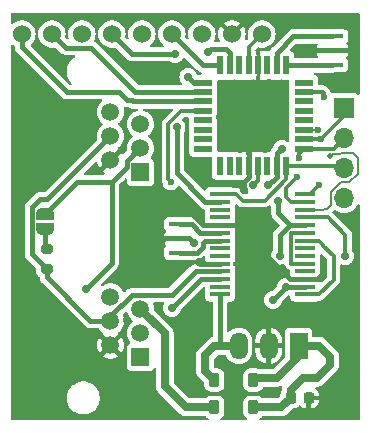
<source format=gbl>
G04 #@! TF.GenerationSoftware,KiCad,Pcbnew,8.0.1*
G04 #@! TF.CreationDate,2024-10-15T00:39:43+09:00*
G04 #@! TF.ProjectId,AltBoard2025,416c7442-6f61-4726-9432-3032352e6b69,rev?*
G04 #@! TF.SameCoordinates,Original*
G04 #@! TF.FileFunction,Copper,L2,Bot*
G04 #@! TF.FilePolarity,Positive*
%FSLAX46Y46*%
G04 Gerber Fmt 4.6, Leading zero omitted, Abs format (unit mm)*
G04 Created by KiCad (PCBNEW 8.0.1) date 2024-10-15 00:39:43*
%MOMM*%
%LPD*%
G01*
G04 APERTURE LIST*
G04 Aperture macros list*
%AMRoundRect*
0 Rectangle with rounded corners*
0 $1 Rounding radius*
0 $2 $3 $4 $5 $6 $7 $8 $9 X,Y pos of 4 corners*
0 Add a 4 corners polygon primitive as box body*
4,1,4,$2,$3,$4,$5,$6,$7,$8,$9,$2,$3,0*
0 Add four circle primitives for the rounded corners*
1,1,$1+$1,$2,$3*
1,1,$1+$1,$4,$5*
1,1,$1+$1,$6,$7*
1,1,$1+$1,$8,$9*
0 Add four rect primitives between the rounded corners*
20,1,$1+$1,$2,$3,$4,$5,0*
20,1,$1+$1,$4,$5,$6,$7,0*
20,1,$1+$1,$6,$7,$8,$9,0*
20,1,$1+$1,$8,$9,$2,$3,0*%
%AMFreePoly0*
4,1,19,0.500000,-0.750000,0.000000,-0.750000,0.000000,-0.744911,-0.071157,-0.744911,-0.207708,-0.704816,-0.327430,-0.627875,-0.420627,-0.520320,-0.479746,-0.390866,-0.500000,-0.250000,-0.500000,0.250000,-0.479746,0.390866,-0.420627,0.520320,-0.327430,0.627875,-0.207708,0.704816,-0.071157,0.744911,0.000000,0.744911,0.000000,0.750000,0.500000,0.750000,0.500000,-0.750000,0.500000,-0.750000,
$1*%
%AMFreePoly1*
4,1,19,0.000000,0.744911,0.071157,0.744911,0.207708,0.704816,0.327430,0.627875,0.420627,0.520320,0.479746,0.390866,0.500000,0.250000,0.500000,-0.250000,0.479746,-0.390866,0.420627,-0.520320,0.327430,-0.627875,0.207708,-0.704816,0.071157,-0.744911,0.000000,-0.744911,0.000000,-0.750000,-0.500000,-0.750000,-0.500000,0.750000,0.000000,0.750000,0.000000,0.744911,0.000000,0.744911,
$1*%
G04 Aperture macros list end*
G04 #@! TA.AperFunction,ComponentPad*
%ADD10C,1.520000*%
G04 #@! TD*
G04 #@! TA.AperFunction,ComponentPad*
%ADD11R,1.520000X1.520000*%
G04 #@! TD*
G04 #@! TA.AperFunction,ComponentPad*
%ADD12R,1.700000X1.700000*%
G04 #@! TD*
G04 #@! TA.AperFunction,ComponentPad*
%ADD13O,1.700000X1.700000*%
G04 #@! TD*
G04 #@! TA.AperFunction,ComponentPad*
%ADD14R,1.500000X2.300000*%
G04 #@! TD*
G04 #@! TA.AperFunction,ComponentPad*
%ADD15O,1.500000X2.300000*%
G04 #@! TD*
G04 #@! TA.AperFunction,SMDPad,CuDef*
%ADD16RoundRect,0.200000X0.275000X-0.200000X0.275000X0.200000X-0.275000X0.200000X-0.275000X-0.200000X0*%
G04 #@! TD*
G04 #@! TA.AperFunction,SMDPad,CuDef*
%ADD17RoundRect,0.225000X0.225000X0.375000X-0.225000X0.375000X-0.225000X-0.375000X0.225000X-0.375000X0*%
G04 #@! TD*
G04 #@! TA.AperFunction,SMDPad,CuDef*
%ADD18R,0.550000X1.600000*%
G04 #@! TD*
G04 #@! TA.AperFunction,SMDPad,CuDef*
%ADD19R,1.600000X0.550000*%
G04 #@! TD*
G04 #@! TA.AperFunction,SMDPad,CuDef*
%ADD20R,1.900000X0.400000*%
G04 #@! TD*
G04 #@! TA.AperFunction,ComponentPad*
%ADD21C,1.524000*%
G04 #@! TD*
G04 #@! TA.AperFunction,SMDPad,CuDef*
%ADD22FreePoly0,270.000000*%
G04 #@! TD*
G04 #@! TA.AperFunction,SMDPad,CuDef*
%ADD23FreePoly1,270.000000*%
G04 #@! TD*
G04 #@! TA.AperFunction,SMDPad,CuDef*
%ADD24R,1.750000X0.450000*%
G04 #@! TD*
G04 #@! TA.AperFunction,SMDPad,CuDef*
%ADD25RoundRect,0.225000X-0.225000X-0.250000X0.225000X-0.250000X0.225000X0.250000X-0.225000X0.250000X0*%
G04 #@! TD*
G04 #@! TA.AperFunction,ViaPad*
%ADD26C,0.700000*%
G04 #@! TD*
G04 #@! TA.AperFunction,ViaPad*
%ADD27C,0.600000*%
G04 #@! TD*
G04 #@! TA.AperFunction,ViaPad*
%ADD28C,0.500000*%
G04 #@! TD*
G04 #@! TA.AperFunction,Conductor*
%ADD29C,0.400000*%
G04 #@! TD*
G04 #@! TA.AperFunction,Conductor*
%ADD30C,0.700000*%
G04 #@! TD*
G04 #@! TA.AperFunction,Conductor*
%ADD31C,0.300000*%
G04 #@! TD*
G04 #@! TA.AperFunction,Conductor*
%ADD32C,0.200000*%
G04 #@! TD*
G04 APERTURE END LIST*
D10*
X124600000Y-27700000D03*
X127140000Y-28720000D03*
X124600000Y-29740000D03*
X127140000Y-30760000D03*
X124600000Y-31780000D03*
D11*
X127140000Y-32800000D03*
D12*
X144400000Y-27360000D03*
D13*
X144400000Y-29900000D03*
X144400000Y-32440000D03*
X144400000Y-34980000D03*
D14*
X140547000Y-47492500D03*
D15*
X138007000Y-47492500D03*
X135467000Y-47492500D03*
D11*
X127140000Y-48450000D03*
D10*
X124600000Y-47430000D03*
X127140000Y-46410000D03*
X124600000Y-45390000D03*
X127140000Y-44370000D03*
X124600000Y-43350000D03*
D16*
X119200000Y-40950000D03*
X119200000Y-39300000D03*
D17*
X136700000Y-50400000D03*
X133400000Y-50400000D03*
D18*
X133900000Y-23750000D03*
X134700000Y-23750000D03*
X135500000Y-23750000D03*
X136300000Y-23750000D03*
X137100000Y-23750000D03*
X137900000Y-23750000D03*
X138700000Y-23750000D03*
X139500000Y-23750000D03*
D19*
X140950000Y-25200000D03*
X140950000Y-26000000D03*
X140950000Y-26800000D03*
X140950000Y-27600000D03*
X140950000Y-28400000D03*
X140950000Y-29200000D03*
X140950000Y-30000000D03*
X140950000Y-30800000D03*
D18*
X139500000Y-32250000D03*
X138700000Y-32250000D03*
X137900000Y-32250000D03*
X137100000Y-32250000D03*
X136300000Y-32250000D03*
X135500000Y-32250000D03*
X134700000Y-32250000D03*
X133900000Y-32250000D03*
D19*
X132450000Y-30800000D03*
X132450000Y-30000000D03*
X132450000Y-29200000D03*
X132450000Y-28400000D03*
X132450000Y-27600000D03*
X132450000Y-26800000D03*
X132450000Y-26000000D03*
X132450000Y-25200000D03*
D20*
X143400000Y-23700000D03*
X143400000Y-22500000D03*
X143400000Y-21300000D03*
D17*
X136700000Y-52700000D03*
X133400000Y-52700000D03*
D21*
X137420000Y-21100000D03*
X134880000Y-21100000D03*
X132340000Y-21100000D03*
X129800000Y-21100000D03*
X127260000Y-21100000D03*
X124720000Y-21100000D03*
X122180000Y-21100000D03*
X119640000Y-21100000D03*
X117100000Y-21100000D03*
D22*
X119100000Y-36300000D03*
D23*
X119100000Y-37600000D03*
D24*
X133900000Y-43125000D03*
X133900000Y-42475000D03*
X133900000Y-41825000D03*
X133900000Y-41175000D03*
X133900000Y-40525000D03*
X133900000Y-39875000D03*
X133900000Y-39225000D03*
X133900000Y-38575000D03*
X133900000Y-37925000D03*
X133900000Y-37275000D03*
X133900000Y-36625000D03*
X133900000Y-35975000D03*
X133900000Y-35325000D03*
X133900000Y-34675000D03*
X141100000Y-34675000D03*
X141100000Y-35325000D03*
X141100000Y-35975000D03*
X141100000Y-36625000D03*
X141100000Y-37275000D03*
X141100000Y-37925000D03*
X141100000Y-38575000D03*
X141100000Y-39225000D03*
X141100000Y-39875000D03*
X141100000Y-40525000D03*
X141100000Y-41175000D03*
X141100000Y-41825000D03*
X141100000Y-42475000D03*
X141100000Y-43125000D03*
D25*
X139850000Y-51900000D03*
X141400000Y-51900000D03*
D20*
X130500000Y-37200000D03*
X130500000Y-38400000D03*
X130500000Y-39600000D03*
D26*
X127500000Y-24200000D03*
D27*
X125700000Y-28700000D03*
D26*
X138000000Y-25200000D03*
D27*
X118000000Y-29400000D03*
X132400000Y-32400000D03*
D26*
X125800000Y-35700000D03*
D27*
X128400000Y-37200000D03*
D26*
X120400000Y-51500000D03*
D27*
X131900000Y-44600000D03*
D26*
X123900000Y-48800000D03*
X123500000Y-46400000D03*
X136400000Y-36400000D03*
X128500000Y-53200000D03*
X135895014Y-34302493D03*
X118500000Y-43400000D03*
X142404947Y-41742746D03*
X120100000Y-23300000D03*
X136500000Y-37800000D03*
D27*
X140100000Y-45000000D03*
D26*
X145300000Y-22500000D03*
X126000000Y-45300000D03*
X143600000Y-51600000D03*
X131651460Y-38778216D03*
X125200000Y-51200000D03*
X118500000Y-25900000D03*
X135200000Y-50500000D03*
X123500000Y-20100000D03*
D27*
X131100000Y-49100000D03*
D26*
X145300000Y-36900000D03*
X118100000Y-32000000D03*
X133900000Y-28100000D03*
X123100000Y-32600000D03*
X129100000Y-40900000D03*
X122900000Y-28700000D03*
X143200000Y-46100000D03*
X121300000Y-30300000D03*
D27*
X135000000Y-45400000D03*
D26*
X128800000Y-28000000D03*
X125600000Y-41500000D03*
X143900000Y-25200000D03*
X137700000Y-30800000D03*
X135600000Y-30800000D03*
X132100000Y-40400000D03*
X139200000Y-20500000D03*
D27*
X135500000Y-25200000D03*
D26*
X128500000Y-20100000D03*
X135100000Y-52600000D03*
X141200000Y-22600000D03*
X117200000Y-50000000D03*
X143900000Y-43800000D03*
D27*
X135400000Y-39700000D03*
D26*
X129900000Y-35600000D03*
X138930331Y-39869669D03*
X139100000Y-30800000D03*
X138800000Y-35200000D03*
X138350000Y-43600000D03*
X139469425Y-42485354D03*
X137980025Y-33880025D03*
X136700000Y-33900000D03*
D27*
X142700000Y-26400000D03*
D26*
X129800000Y-44300000D03*
X122500000Y-42700000D03*
D27*
X140400000Y-33200000D03*
X140600000Y-31600000D03*
X129700000Y-33600000D03*
X142400000Y-30000000D03*
X142300000Y-33900000D03*
D26*
X144500000Y-39900000D03*
X131200000Y-24700000D03*
X130200000Y-29000000D03*
D27*
X142200000Y-29200000D03*
D28*
X143231672Y-31400000D03*
D26*
X130100000Y-22800000D03*
X132900000Y-22600000D03*
D29*
X131273244Y-38400000D02*
X130500000Y-38400000D01*
X131651460Y-38778216D02*
X131273244Y-38400000D01*
X130748528Y-35600000D02*
X132423528Y-37275000D01*
X132423528Y-37275000D02*
X133900000Y-37275000D01*
X129900000Y-35600000D02*
X130748528Y-35600000D01*
D30*
X139050000Y-52700000D02*
X139850000Y-51900000D01*
X142100000Y-50200000D02*
X140900000Y-50200000D01*
X136700000Y-50200000D02*
X138700000Y-50200000D01*
X140900000Y-50200000D02*
X139850000Y-51250000D01*
X143200000Y-49100000D02*
X142100000Y-50200000D01*
X143200000Y-48400000D02*
X143200000Y-49100000D01*
X140547000Y-48353000D02*
X140547000Y-47492500D01*
X140245478Y-47492500D02*
X140547000Y-47492500D01*
X140547000Y-47492500D02*
X142292500Y-47492500D01*
X142292500Y-47492500D02*
X143200000Y-48400000D01*
X136700000Y-52700000D02*
X139050000Y-52700000D01*
X139850000Y-51250000D02*
X139850000Y-51900000D01*
X138700000Y-50200000D02*
X140547000Y-48353000D01*
D29*
X132225000Y-40525000D02*
X133900000Y-40525000D01*
X135895014Y-33644325D02*
X135895014Y-34302493D01*
X130500000Y-38400000D02*
X129200000Y-38400000D01*
X128500000Y-39400000D02*
X128400000Y-39500000D01*
X136300000Y-32250000D02*
X136300000Y-31050000D01*
X128500000Y-39100000D02*
X128500000Y-39400000D01*
X129200000Y-38400000D02*
X128500000Y-39100000D01*
X142322693Y-41825000D02*
X142404947Y-41742746D01*
X135975000Y-37275000D02*
X136500000Y-37800000D01*
X136050000Y-30800000D02*
X135600000Y-30800000D01*
X128400000Y-40200000D02*
X129100000Y-40900000D01*
X136300000Y-33239339D02*
X135895014Y-33644325D01*
X141100000Y-41825000D02*
X142322693Y-41825000D01*
X139825000Y-41825000D02*
X136500000Y-38500000D01*
X128400000Y-39500000D02*
X128400000Y-40200000D01*
X136300000Y-31050000D02*
X136050000Y-30800000D01*
X141100000Y-41825000D02*
X139825000Y-41825000D01*
X133900000Y-37275000D02*
X135975000Y-37275000D01*
X132100000Y-40400000D02*
X132225000Y-40525000D01*
X136300000Y-32250000D02*
X136300000Y-33239339D01*
X136500000Y-38500000D02*
X136500000Y-37800000D01*
X139825000Y-37275000D02*
X138800000Y-36250000D01*
D31*
X137420000Y-21100000D02*
X136300000Y-22220000D01*
D29*
X139100000Y-30800000D02*
X138700000Y-31200000D01*
X138700000Y-31200000D02*
X138700000Y-32250000D01*
X138700000Y-33160050D02*
X138700000Y-32250000D01*
D30*
X133400000Y-50400000D02*
X132600000Y-49600000D01*
D29*
X133900000Y-43125000D02*
X133900000Y-47059500D01*
X137980025Y-33880025D02*
X138700000Y-33160050D01*
D31*
X136300000Y-22220000D02*
X136300000Y-23750000D01*
D30*
X132600000Y-48300000D02*
X133407500Y-47492500D01*
D29*
X138930331Y-38141852D02*
X138930331Y-39869669D01*
X139475000Y-42475000D02*
X138350000Y-43600000D01*
D30*
X132600000Y-49600000D02*
X132600000Y-48300000D01*
X133407500Y-47492500D02*
X135467000Y-47492500D01*
D29*
X138800000Y-36250000D02*
X138800000Y-35200000D01*
X139825000Y-37275000D02*
X139797183Y-37275000D01*
X139797183Y-37275000D02*
X138930331Y-38141852D01*
X141100000Y-37275000D02*
X139797182Y-37275000D01*
X135900000Y-47059500D02*
X135467000Y-47492500D01*
X141100000Y-42475000D02*
X139475000Y-42475000D01*
X141100000Y-37275000D02*
X139825000Y-37275000D01*
D31*
X137100000Y-33500000D02*
X137100000Y-32250000D01*
X136700000Y-33900000D02*
X137100000Y-33500000D01*
D30*
X133400000Y-52700000D02*
X131000000Y-52700000D01*
X129200000Y-46430000D02*
X127140000Y-44370000D01*
X131000000Y-52700000D02*
X129200000Y-50900000D01*
X129200000Y-50900000D02*
X129200000Y-46430000D01*
D31*
X135800000Y-35200000D02*
X135275000Y-34675000D01*
X139500000Y-33350000D02*
X137650000Y-35200000D01*
X135275000Y-34675000D02*
X133900000Y-34675000D01*
X139500000Y-32250000D02*
X144210000Y-32250000D01*
X139500000Y-32250000D02*
X139500000Y-33350000D01*
X137650000Y-35200000D02*
X135800000Y-35200000D01*
X144210000Y-32250000D02*
X144400000Y-32440000D01*
X142700000Y-26400000D02*
X142700000Y-26100000D01*
X142600000Y-26000000D02*
X140950000Y-26000000D01*
X142700000Y-26100000D02*
X142600000Y-26000000D01*
D29*
X124600000Y-45000000D02*
X126400000Y-43200000D01*
X124600000Y-45390000D02*
X124600000Y-45000000D01*
X124600000Y-29740000D02*
X119240000Y-35100000D01*
X117945000Y-39695000D02*
X119200000Y-40950000D01*
X122890000Y-45390000D02*
X124600000Y-45390000D01*
X119240000Y-35100000D02*
X118600000Y-35100000D01*
X118600000Y-35100000D02*
X117945000Y-35755000D01*
X129800000Y-43200000D02*
X131825000Y-41175000D01*
X126400000Y-43200000D02*
X129800000Y-43200000D01*
X119200000Y-40950000D02*
X119200000Y-41700000D01*
X131825000Y-41175000D02*
X133900000Y-41175000D01*
X119200000Y-41700000D02*
X122890000Y-45390000D01*
X117945000Y-35755000D02*
X117945000Y-39695000D01*
X122500000Y-42700000D02*
X124700000Y-40500000D01*
X124700000Y-40500000D02*
X124700000Y-33600000D01*
X133900000Y-41825000D02*
X132275000Y-41825000D01*
X125980000Y-32320000D02*
X125980000Y-31820000D01*
X119100000Y-36300000D02*
X121800000Y-33600000D01*
X124700000Y-33600000D02*
X125980000Y-32320000D01*
X125980000Y-31820000D02*
X127040000Y-30760000D01*
X121800000Y-33600000D02*
X124700000Y-33600000D01*
X127040000Y-30760000D02*
X127140000Y-30760000D01*
X132275000Y-41825000D02*
X129800000Y-44300000D01*
D31*
X139500000Y-34900000D02*
X139500000Y-34700000D01*
X139925000Y-35325000D02*
X139500000Y-34900000D01*
X143500000Y-30800000D02*
X144400000Y-29900000D01*
X140600000Y-31600000D02*
X140600000Y-31150000D01*
X140600000Y-31150000D02*
X140950000Y-30800000D01*
X139500000Y-34700000D02*
X139500000Y-34100000D01*
X141100000Y-35325000D02*
X139925000Y-35325000D01*
X140950000Y-30800000D02*
X143500000Y-30800000D01*
X139500000Y-34100000D02*
X140400000Y-33200000D01*
X130610050Y-27600000D02*
X129500000Y-28710050D01*
X132450000Y-27600000D02*
X130610050Y-27600000D01*
X129500000Y-28710050D02*
X129500000Y-33400000D01*
X129500000Y-33400000D02*
X129700000Y-33600000D01*
X141100000Y-34675000D02*
X141525000Y-34675000D01*
X141525000Y-34675000D02*
X142300000Y-33900000D01*
X140950000Y-30000000D02*
X142400000Y-30000000D01*
X144400000Y-28000000D02*
X144400000Y-27360000D01*
X142400000Y-30000000D02*
X144400000Y-28000000D01*
D29*
X119100000Y-37600000D02*
X119100000Y-39200000D01*
X119100000Y-39200000D02*
X119200000Y-39300000D01*
D31*
X143025000Y-36625000D02*
X141100000Y-36625000D01*
X144500000Y-38100000D02*
X143025000Y-36625000D01*
X144500000Y-38100000D02*
X144500000Y-39900000D01*
X142275000Y-43125000D02*
X141100000Y-43125000D01*
X141100000Y-38575000D02*
X142250000Y-38575000D01*
X142250000Y-38575000D02*
X142600000Y-38925000D01*
X142600000Y-39000000D02*
X143500000Y-39900000D01*
X142600000Y-38925000D02*
X142600000Y-39000000D01*
X143500000Y-41900000D02*
X142275000Y-43125000D01*
X143500000Y-39900000D02*
X143500000Y-41900000D01*
X139875000Y-40475000D02*
X139925000Y-40525000D01*
X141100000Y-37925000D02*
X139925000Y-37925000D01*
X139925000Y-37925000D02*
X139875000Y-37975000D01*
X139925000Y-40525000D02*
X141100000Y-40525000D01*
X139875000Y-37975000D02*
X139875000Y-40475000D01*
D29*
X130200000Y-32875000D02*
X132650000Y-35325000D01*
X132650000Y-35325000D02*
X133900000Y-35325000D01*
X131700000Y-25200000D02*
X131200000Y-24700000D01*
X130200000Y-29000000D02*
X130200000Y-32875000D01*
X132450000Y-25200000D02*
X131700000Y-25200000D01*
D32*
X145550000Y-31550000D02*
X145550000Y-32916346D01*
X143250000Y-35550000D02*
X142900000Y-35900000D01*
X142625000Y-35975000D02*
X141100000Y-35975000D01*
X144124597Y-31169504D02*
X145169504Y-31169504D01*
X142900000Y-35900000D02*
X142700000Y-35900000D01*
X144826346Y-33640000D02*
X144100000Y-33640000D01*
X142700000Y-35900000D02*
X142625000Y-35975000D01*
X143381672Y-31250000D02*
X144044101Y-31250000D01*
X142000000Y-29200000D02*
X140950000Y-29200000D01*
X144044101Y-31250000D02*
X144124597Y-31169504D01*
X143231672Y-31400000D02*
X143381672Y-31250000D01*
X145550000Y-32916346D02*
X144826346Y-33640000D01*
X144100000Y-33640000D02*
X143250000Y-34490000D01*
X142000000Y-29200000D02*
X142200000Y-29200000D01*
X143250000Y-34490000D02*
X143250000Y-35550000D01*
X145169504Y-31169504D02*
X145550000Y-31550000D01*
D29*
X132400000Y-38825000D02*
X132400000Y-39100000D01*
X132650000Y-38575000D02*
X132400000Y-38825000D01*
X133900000Y-38575000D02*
X132650000Y-38575000D01*
X132400000Y-39100000D02*
X131900000Y-39600000D01*
X131900000Y-39600000D02*
X130500000Y-39600000D01*
X133900000Y-37925000D02*
X132225000Y-37925000D01*
X132225000Y-37925000D02*
X131500000Y-37200000D01*
X131500000Y-37200000D02*
X130500000Y-37200000D01*
X138700000Y-22675000D02*
X140075000Y-21300000D01*
X140075000Y-21300000D02*
X143400000Y-21300000D01*
X138700000Y-23750000D02*
X138700000Y-22675000D01*
X124720000Y-21100000D02*
X126420000Y-22800000D01*
X133100000Y-22400000D02*
X134425000Y-22400000D01*
X134700000Y-22675000D02*
X134700000Y-23750000D01*
X134425000Y-22400000D02*
X134700000Y-22675000D01*
X126420000Y-22800000D02*
X130100000Y-22800000D01*
X132900000Y-22600000D02*
X133100000Y-22400000D01*
X126700000Y-26000000D02*
X132450000Y-26000000D01*
X120802000Y-22262000D02*
X122962000Y-22262000D01*
X122962000Y-22262000D02*
X126700000Y-26000000D01*
X119640000Y-21100000D02*
X120802000Y-22262000D01*
X129800000Y-21100000D02*
X132450000Y-23750000D01*
X132450000Y-23750000D02*
X133900000Y-23750000D01*
X139500000Y-23750000D02*
X143350000Y-23750000D01*
X143350000Y-23750000D02*
X143400000Y-23700000D01*
X126400000Y-26700000D02*
X126500000Y-26800000D01*
X125300000Y-26000000D02*
X126000000Y-26700000D01*
X117100000Y-22177630D02*
X120922370Y-26000000D01*
X126500000Y-26800000D02*
X132450000Y-26800000D01*
X120922370Y-26000000D02*
X125300000Y-26000000D01*
X117100000Y-21100000D02*
X117100000Y-22177630D01*
X126000000Y-26700000D02*
X126400000Y-26700000D01*
G04 #@! TA.AperFunction,Conductor*
G36*
X116366192Y-22004098D02*
G01*
X116396436Y-22031669D01*
X116445348Y-22061954D01*
X116452615Y-22066453D01*
X116492137Y-22113162D01*
X116499499Y-22150625D01*
X116499499Y-22256687D01*
X116502669Y-22268516D01*
X116540422Y-22409413D01*
X116553430Y-22431943D01*
X116553429Y-22431943D01*
X116619478Y-22546343D01*
X116619480Y-22546346D01*
X116731284Y-22658150D01*
X116731286Y-22658151D01*
X120441848Y-26368713D01*
X120441850Y-26368716D01*
X120553654Y-26480520D01*
X120690586Y-26559577D01*
X120802389Y-26589534D01*
X120843312Y-26600500D01*
X120843313Y-26600500D01*
X123827957Y-26600500D01*
X123886148Y-26619407D01*
X123922112Y-26668907D01*
X123922112Y-26730093D01*
X123894653Y-26772660D01*
X123850460Y-26812948D01*
X123738709Y-26914823D01*
X123609097Y-27086456D01*
X123609092Y-27086465D01*
X123513231Y-27278980D01*
X123513230Y-27278983D01*
X123454372Y-27485845D01*
X123434528Y-27700000D01*
X123454372Y-27914155D01*
X123513230Y-28121017D01*
X123609096Y-28313542D01*
X123738706Y-28485173D01*
X123738708Y-28485175D01*
X123738709Y-28485176D01*
X123897646Y-28630067D01*
X123906953Y-28635830D01*
X123946473Y-28682539D01*
X123950990Y-28743558D01*
X123918779Y-28795578D01*
X123906953Y-28804170D01*
X123897646Y-28809932D01*
X123738709Y-28954823D01*
X123609097Y-29126456D01*
X123609092Y-29126465D01*
X123601846Y-29141017D01*
X123513230Y-29318983D01*
X123454372Y-29525845D01*
X123434528Y-29740000D01*
X123454372Y-29954155D01*
X123454372Y-29954158D01*
X123454373Y-29954159D01*
X123456666Y-29962219D01*
X123454404Y-30023362D01*
X123431449Y-30059313D01*
X119020261Y-34470504D01*
X118965744Y-34498281D01*
X118950257Y-34499500D01*
X118685136Y-34499500D01*
X118685120Y-34499499D01*
X118679057Y-34499499D01*
X118520943Y-34499499D01*
X118368215Y-34540423D01*
X118368213Y-34540423D01*
X118368209Y-34540425D01*
X118334671Y-34559789D01*
X118231284Y-34619479D01*
X118119479Y-34731283D01*
X118119480Y-34731284D01*
X118119478Y-34731286D01*
X117576286Y-35274478D01*
X117576284Y-35274480D01*
X117576283Y-35274479D01*
X117464480Y-35386283D01*
X117459647Y-35394655D01*
X117437158Y-35433608D01*
X117421327Y-35461027D01*
X117385424Y-35523211D01*
X117385423Y-35523215D01*
X117344499Y-35675943D01*
X117344499Y-35675945D01*
X117344499Y-35842031D01*
X117344500Y-35842044D01*
X117344500Y-39609863D01*
X117344499Y-39609881D01*
X117344499Y-39615943D01*
X117344499Y-39774057D01*
X117369125Y-39865961D01*
X117385424Y-39926789D01*
X117393295Y-39940420D01*
X117393296Y-39940423D01*
X117464478Y-40063713D01*
X117464480Y-40063716D01*
X117576284Y-40175520D01*
X117576286Y-40175521D01*
X118295504Y-40894739D01*
X118323281Y-40949256D01*
X118324500Y-40964743D01*
X118324500Y-41189357D01*
X118324501Y-41189362D01*
X118339955Y-41306758D01*
X118339957Y-41306766D01*
X118400462Y-41452838D01*
X118400462Y-41452839D01*
X118489224Y-41568516D01*
X118496718Y-41578282D01*
X118560767Y-41627428D01*
X118595422Y-41677851D01*
X118599499Y-41705969D01*
X118599499Y-41779057D01*
X118635446Y-41913210D01*
X118640424Y-41931787D01*
X118658841Y-41963685D01*
X118658842Y-41963688D01*
X118697439Y-42030540D01*
X118719480Y-42068716D01*
X118831284Y-42180520D01*
X118831286Y-42180521D01*
X122409478Y-45758713D01*
X122409480Y-45758716D01*
X122521284Y-45870520D01*
X122521286Y-45870521D01*
X122521289Y-45870524D01*
X122521288Y-45870524D01*
X122608091Y-45920637D01*
X122608093Y-45920639D01*
X122608094Y-45920639D01*
X122637032Y-45937346D01*
X122658215Y-45949577D01*
X122810943Y-45990501D01*
X122810944Y-45990501D01*
X122975120Y-45990501D01*
X122975136Y-45990500D01*
X123549951Y-45990500D01*
X123608142Y-46009407D01*
X123628954Y-46029839D01*
X123738706Y-46175173D01*
X123897646Y-46320067D01*
X123907422Y-46326120D01*
X123907424Y-46326121D01*
X123946946Y-46372830D01*
X123951465Y-46433848D01*
X123934058Y-46461961D01*
X123932056Y-46479212D01*
X124455648Y-47002804D01*
X124426306Y-47010667D01*
X124323694Y-47069910D01*
X124239910Y-47153694D01*
X124180667Y-47256306D01*
X124172804Y-47285648D01*
X123650118Y-46762962D01*
X123609523Y-46816721D01*
X123513699Y-47009161D01*
X123454866Y-47215937D01*
X123435030Y-47430000D01*
X123454866Y-47644062D01*
X123513699Y-47850838D01*
X123609519Y-48043270D01*
X123609528Y-48043285D01*
X123650118Y-48097036D01*
X124172804Y-47574351D01*
X124180667Y-47603694D01*
X124239910Y-47706306D01*
X124323694Y-47790090D01*
X124426306Y-47849333D01*
X124455647Y-47857194D01*
X123932058Y-48380784D01*
X124080729Y-48472837D01*
X124281193Y-48550498D01*
X124492510Y-48590000D01*
X124707490Y-48590000D01*
X124918806Y-48550498D01*
X125119272Y-48472837D01*
X125119277Y-48472834D01*
X125267941Y-48380785D01*
X124744351Y-47857195D01*
X124773694Y-47849333D01*
X124876306Y-47790090D01*
X124960090Y-47706306D01*
X125019333Y-47603694D01*
X125027195Y-47574351D01*
X125549879Y-48097035D01*
X125590475Y-48043279D01*
X125590480Y-48043270D01*
X125686300Y-47850838D01*
X125745133Y-47644062D01*
X125764969Y-47430000D01*
X125745133Y-47215937D01*
X125686300Y-47009161D01*
X125590480Y-46816729D01*
X125590471Y-46816714D01*
X125549880Y-46762962D01*
X125027194Y-47285647D01*
X125019333Y-47256306D01*
X124960090Y-47153694D01*
X124876306Y-47069910D01*
X124773694Y-47010667D01*
X124744349Y-47002804D01*
X125267942Y-46479212D01*
X125266078Y-46463150D01*
X125253052Y-46447754D01*
X125248535Y-46386736D01*
X125280745Y-46334715D01*
X125292576Y-46326121D01*
X125302354Y-46320067D01*
X125461294Y-46175173D01*
X125590904Y-46003542D01*
X125686770Y-45811017D01*
X125745628Y-45604155D01*
X125765472Y-45390000D01*
X125745628Y-45175845D01*
X125686770Y-44968983D01*
X125649870Y-44894878D01*
X125640857Y-44834360D01*
X125668485Y-44780748D01*
X125846613Y-44602620D01*
X125901128Y-44574845D01*
X125961560Y-44584416D01*
X126004825Y-44627681D01*
X126011835Y-44645530D01*
X126053230Y-44791017D01*
X126149096Y-44983542D01*
X126278706Y-45155173D01*
X126278708Y-45155175D01*
X126278709Y-45155176D01*
X126437646Y-45300067D01*
X126446953Y-45305830D01*
X126486473Y-45352539D01*
X126490990Y-45413558D01*
X126458779Y-45465578D01*
X126446953Y-45474170D01*
X126437646Y-45479932D01*
X126278709Y-45624823D01*
X126149097Y-45796456D01*
X126149092Y-45796465D01*
X126062276Y-45970816D01*
X126053230Y-45988983D01*
X125994372Y-46195845D01*
X125974528Y-46410000D01*
X125994372Y-46624155D01*
X126053230Y-46831017D01*
X126149096Y-47023542D01*
X126260399Y-47170931D01*
X126280379Y-47228761D01*
X126262551Y-47287291D01*
X126226342Y-47318800D01*
X126141659Y-47361949D01*
X126051949Y-47451659D01*
X125994354Y-47564695D01*
X125979500Y-47658478D01*
X125979500Y-49241521D01*
X125979501Y-49241523D01*
X125994352Y-49335299D01*
X125994354Y-49335304D01*
X126051950Y-49448342D01*
X126141658Y-49538050D01*
X126254696Y-49595646D01*
X126348481Y-49610500D01*
X127931518Y-49610499D01*
X127931521Y-49610499D01*
X127931522Y-49610498D01*
X127978411Y-49603072D01*
X128025299Y-49595647D01*
X128025299Y-49595646D01*
X128025304Y-49595646D01*
X128138342Y-49538050D01*
X128228050Y-49448342D01*
X128262291Y-49381139D01*
X128305555Y-49337876D01*
X128365987Y-49328305D01*
X128420504Y-49356083D01*
X128448281Y-49410599D01*
X128449500Y-49426086D01*
X128449500Y-50973918D01*
X128478342Y-51118914D01*
X128534914Y-51255492D01*
X128546726Y-51273170D01*
X128606346Y-51362400D01*
X128617048Y-51378416D01*
X130521584Y-53282951D01*
X130644505Y-53365084D01*
X130781087Y-53421658D01*
X130926082Y-53450500D01*
X131073917Y-53450500D01*
X132624903Y-53450500D01*
X132683094Y-53469407D01*
X132694900Y-53479490D01*
X132788580Y-53573170D01*
X132788582Y-53573171D01*
X132788583Y-53573172D01*
X132859795Y-53615287D01*
X132900258Y-53661182D01*
X132906016Y-53722096D01*
X132874870Y-53774761D01*
X132818717Y-53799061D01*
X132809400Y-53799500D01*
X116299500Y-53799500D01*
X116241309Y-53780593D01*
X116205345Y-53731093D01*
X116200500Y-53700500D01*
X116200500Y-52010225D01*
X120899500Y-52010225D01*
X120933984Y-52227948D01*
X121002102Y-52437599D01*
X121002104Y-52437602D01*
X121002105Y-52437606D01*
X121102185Y-52634022D01*
X121231758Y-52812365D01*
X121387635Y-52968242D01*
X121565978Y-53097815D01*
X121762394Y-53197895D01*
X121972049Y-53266015D01*
X122059140Y-53279809D01*
X122189775Y-53300500D01*
X122189778Y-53300500D01*
X122410225Y-53300500D01*
X122521022Y-53282951D01*
X122627951Y-53266015D01*
X122837606Y-53197895D01*
X123034022Y-53097815D01*
X123212365Y-52968242D01*
X123368242Y-52812365D01*
X123497815Y-52634022D01*
X123597895Y-52437606D01*
X123666015Y-52227951D01*
X123690302Y-52074610D01*
X123700500Y-52010225D01*
X123700500Y-51789774D01*
X123666015Y-51572051D01*
X123666015Y-51572049D01*
X123597895Y-51362394D01*
X123497815Y-51165978D01*
X123368242Y-50987635D01*
X123212365Y-50831758D01*
X123034022Y-50702185D01*
X123034021Y-50702184D01*
X123034019Y-50702183D01*
X122904891Y-50636389D01*
X122837606Y-50602105D01*
X122837602Y-50602104D01*
X122837599Y-50602102D01*
X122627948Y-50533984D01*
X122410225Y-50499500D01*
X122410222Y-50499500D01*
X122189778Y-50499500D01*
X122189775Y-50499500D01*
X121972051Y-50533984D01*
X121762400Y-50602102D01*
X121565980Y-50702183D01*
X121476806Y-50766971D01*
X121387635Y-50831758D01*
X121231758Y-50987635D01*
X121200188Y-51031088D01*
X121102183Y-51165980D01*
X121002102Y-51362400D01*
X120933984Y-51572051D01*
X120899500Y-51789774D01*
X120899500Y-52010225D01*
X116200500Y-52010225D01*
X116200500Y-22077262D01*
X116219407Y-22019071D01*
X116268907Y-21983107D01*
X116330093Y-21983107D01*
X116366192Y-22004098D01*
G37*
G04 #@! TD.AperFunction*
G04 #@! TA.AperFunction,Conductor*
G36*
X135311800Y-35501000D02*
G01*
X135343944Y-35522469D01*
X135461985Y-35640510D01*
X135461987Y-35640511D01*
X135565889Y-35700499D01*
X135565890Y-35700499D01*
X135565892Y-35700500D01*
X135587515Y-35712984D01*
X135727525Y-35750500D01*
X135727526Y-35750500D01*
X137722474Y-35750500D01*
X137722475Y-35750500D01*
X137862485Y-35712984D01*
X137884108Y-35700500D01*
X137895859Y-35693716D01*
X137944753Y-35665487D01*
X137988015Y-35640510D01*
X138024544Y-35603980D01*
X138079057Y-35576203D01*
X138139489Y-35585773D01*
X138178370Y-35621310D01*
X138184324Y-35630785D01*
X138199500Y-35683459D01*
X138199500Y-36164863D01*
X138199499Y-36164881D01*
X138199499Y-36170943D01*
X138199499Y-36329057D01*
X138240423Y-36481785D01*
X138240424Y-36481787D01*
X138267133Y-36528049D01*
X138295944Y-36577951D01*
X138319480Y-36618716D01*
X138431284Y-36730520D01*
X138431286Y-36730521D01*
X138891852Y-37191087D01*
X138919629Y-37245604D01*
X138910058Y-37306036D01*
X138891852Y-37331095D01*
X138561617Y-37661330D01*
X138561615Y-37661332D01*
X138561614Y-37661331D01*
X138449811Y-37773134D01*
X138407775Y-37845942D01*
X138407776Y-37845943D01*
X138370754Y-37910067D01*
X138329830Y-38062795D01*
X138329830Y-38062797D01*
X138329830Y-38228883D01*
X138329831Y-38228896D01*
X138329831Y-39386208D01*
X138314657Y-39438879D01*
X138249875Y-39541977D01*
X138249875Y-39541978D01*
X138194019Y-39701603D01*
X138194016Y-39701615D01*
X138175082Y-39869664D01*
X138175082Y-39869673D01*
X138194016Y-40037722D01*
X138194019Y-40037734D01*
X138249875Y-40197359D01*
X138249875Y-40197360D01*
X138339851Y-40340555D01*
X138339854Y-40340559D01*
X138459441Y-40460146D01*
X138459443Y-40460147D01*
X138459444Y-40460148D01*
X138598423Y-40547475D01*
X138602641Y-40550125D01*
X138659284Y-40569945D01*
X138762265Y-40605980D01*
X138762269Y-40605981D01*
X138762272Y-40605982D01*
X138762273Y-40605982D01*
X138762277Y-40605983D01*
X138930327Y-40624918D01*
X138930331Y-40624918D01*
X138930335Y-40624918D01*
X139098384Y-40605983D01*
X139098385Y-40605982D01*
X139098390Y-40605982D01*
X139218742Y-40563868D01*
X139279909Y-40562495D01*
X139330204Y-40597339D01*
X139347063Y-40631685D01*
X139348302Y-40636308D01*
X139348303Y-40636311D01*
X139362015Y-40687482D01*
X139362016Y-40687485D01*
X139434490Y-40813015D01*
X139434491Y-40813016D01*
X139434492Y-40813017D01*
X139586986Y-40965510D01*
X139690889Y-41025499D01*
X139690890Y-41025499D01*
X139690892Y-41025500D01*
X139712515Y-41037984D01*
X139751123Y-41048329D01*
X139802437Y-41081652D01*
X139824364Y-41138773D01*
X139824500Y-41143955D01*
X139824500Y-41431520D01*
X139824501Y-41431521D01*
X139833146Y-41486108D01*
X139833146Y-41517080D01*
X139825000Y-41568515D01*
X139825000Y-41675128D01*
X139806093Y-41733319D01*
X139756593Y-41769283D01*
X139695407Y-41769283D01*
X139693302Y-41768572D01*
X139637490Y-41749042D01*
X139637478Y-41749039D01*
X139469429Y-41730105D01*
X139469421Y-41730105D01*
X139301371Y-41749039D01*
X139301359Y-41749042D01*
X139141734Y-41804898D01*
X139141733Y-41804898D01*
X138998538Y-41894874D01*
X138878945Y-42014467D01*
X138788969Y-42157662D01*
X138788969Y-42157663D01*
X138733111Y-42317293D01*
X138733111Y-42317295D01*
X138730595Y-42339624D01*
X138705290Y-42395332D01*
X138702222Y-42398541D01*
X138268573Y-42832190D01*
X138214056Y-42859967D01*
X138209656Y-42860563D01*
X138181940Y-42863686D01*
X138181939Y-42863686D01*
X138022309Y-42919544D01*
X138022308Y-42919544D01*
X137879113Y-43009520D01*
X137759520Y-43129113D01*
X137669544Y-43272308D01*
X137669544Y-43272309D01*
X137613688Y-43431934D01*
X137613685Y-43431946D01*
X137594751Y-43599995D01*
X137594751Y-43600004D01*
X137613685Y-43768053D01*
X137613688Y-43768065D01*
X137669544Y-43927690D01*
X137669544Y-43927691D01*
X137759520Y-44070886D01*
X137759523Y-44070890D01*
X137879110Y-44190477D01*
X138022310Y-44280456D01*
X138078150Y-44299995D01*
X138181934Y-44336311D01*
X138181938Y-44336312D01*
X138181941Y-44336313D01*
X138181942Y-44336313D01*
X138181946Y-44336314D01*
X138349996Y-44355249D01*
X138350000Y-44355249D01*
X138350004Y-44355249D01*
X138518053Y-44336314D01*
X138518055Y-44336313D01*
X138518059Y-44336313D01*
X138677690Y-44280456D01*
X138820890Y-44190477D01*
X138940477Y-44070890D01*
X139030456Y-43927690D01*
X139086313Y-43768059D01*
X139089435Y-43740342D01*
X139114739Y-43684636D01*
X139117787Y-43681446D01*
X139545465Y-43253768D01*
X139599980Y-43225993D01*
X139604362Y-43225398D01*
X139637484Y-43221667D01*
X139692803Y-43202309D01*
X139753971Y-43200936D01*
X139804266Y-43235780D01*
X139824475Y-43293531D01*
X139824500Y-43295753D01*
X139824500Y-43381520D01*
X139824501Y-43381523D01*
X139839352Y-43475299D01*
X139839354Y-43475304D01*
X139896950Y-43588342D01*
X139986658Y-43678050D01*
X140099696Y-43735646D01*
X140193481Y-43750500D01*
X142006518Y-43750499D01*
X142006521Y-43750499D01*
X142006522Y-43750498D01*
X142070640Y-43740344D01*
X142100299Y-43735647D01*
X142100299Y-43735646D01*
X142100304Y-43735646D01*
X142197168Y-43686290D01*
X142242114Y-43675500D01*
X142347474Y-43675500D01*
X142347475Y-43675500D01*
X142487485Y-43637984D01*
X142519424Y-43619544D01*
X142613015Y-43565510D01*
X143940510Y-42238014D01*
X144012984Y-42112485D01*
X144044603Y-41994481D01*
X144050500Y-41972475D01*
X144050500Y-40677359D01*
X144069407Y-40619168D01*
X144118907Y-40583204D01*
X144180093Y-40583204D01*
X144182120Y-40583888D01*
X144282943Y-40619168D01*
X144331934Y-40636311D01*
X144331938Y-40636312D01*
X144331941Y-40636313D01*
X144331942Y-40636313D01*
X144331946Y-40636314D01*
X144499996Y-40655249D01*
X144500000Y-40655249D01*
X144500004Y-40655249D01*
X144668053Y-40636314D01*
X144668055Y-40636313D01*
X144668059Y-40636313D01*
X144668074Y-40636308D01*
X144709106Y-40621950D01*
X144827690Y-40580456D01*
X144970890Y-40490477D01*
X145090477Y-40370890D01*
X145180456Y-40227690D01*
X145236313Y-40068059D01*
X145236314Y-40068053D01*
X145255249Y-39900004D01*
X145255249Y-39899995D01*
X145236314Y-39731946D01*
X145236311Y-39731934D01*
X145196612Y-39618482D01*
X145180456Y-39572310D01*
X145180293Y-39572051D01*
X145090479Y-39429113D01*
X145090474Y-39429107D01*
X145079494Y-39418126D01*
X145051718Y-39363609D01*
X145050500Y-39348125D01*
X145050500Y-38027525D01*
X145033141Y-37962742D01*
X145012984Y-37887515D01*
X144992783Y-37852526D01*
X144940510Y-37761985D01*
X143413170Y-36234645D01*
X143385395Y-36180131D01*
X143394966Y-36119699D01*
X143413169Y-36094643D01*
X143518558Y-35989254D01*
X143573073Y-35961479D01*
X143633505Y-35971050D01*
X143645344Y-35978164D01*
X143678336Y-36001265D01*
X143772361Y-36067102D01*
X143970670Y-36159575D01*
X144182023Y-36216207D01*
X144182027Y-36216207D01*
X144182030Y-36216208D01*
X144399997Y-36235277D01*
X144400000Y-36235277D01*
X144400003Y-36235277D01*
X144617969Y-36216208D01*
X144617970Y-36216207D01*
X144617977Y-36216207D01*
X144829330Y-36159575D01*
X145027639Y-36067102D01*
X145206877Y-35941598D01*
X145361598Y-35786877D01*
X145487102Y-35607639D01*
X145510776Y-35556869D01*
X145552503Y-35512123D01*
X145612564Y-35500448D01*
X145668017Y-35526305D01*
X145697681Y-35579819D01*
X145699500Y-35598710D01*
X145699500Y-53700500D01*
X145680593Y-53758691D01*
X145631093Y-53794655D01*
X145600500Y-53799500D01*
X137290600Y-53799500D01*
X137232409Y-53780593D01*
X137196445Y-53731093D01*
X137196445Y-53669907D01*
X137232409Y-53620407D01*
X137240205Y-53615287D01*
X137282128Y-53590492D01*
X137311420Y-53573170D01*
X137405095Y-53479494D01*
X137459610Y-53451719D01*
X137475097Y-53450500D01*
X139123917Y-53450500D01*
X139123918Y-53450500D01*
X139268913Y-53421658D01*
X139405495Y-53365084D01*
X139454729Y-53332186D01*
X139464898Y-53325392D01*
X139469386Y-53322392D01*
X139528416Y-53282952D01*
X140006872Y-52804494D01*
X140061389Y-52776718D01*
X140076876Y-52775499D01*
X140138157Y-52775499D01*
X140138162Y-52775499D01*
X140173627Y-52772709D01*
X140325390Y-52728618D01*
X140461420Y-52648170D01*
X140555351Y-52554238D01*
X140609865Y-52526462D01*
X140670298Y-52536033D01*
X140695357Y-52554239D01*
X140788890Y-52647772D01*
X140924810Y-52728154D01*
X141076447Y-52772209D01*
X141076453Y-52772211D01*
X141111894Y-52775000D01*
X141199999Y-52775000D01*
X141200000Y-52774999D01*
X141600000Y-52774999D01*
X141600001Y-52775000D01*
X141688106Y-52775000D01*
X141723546Y-52772211D01*
X141723552Y-52772209D01*
X141875189Y-52728154D01*
X142011109Y-52647772D01*
X142122772Y-52536109D01*
X142203154Y-52400189D01*
X142247209Y-52248552D01*
X142247211Y-52248546D01*
X142250000Y-52213105D01*
X142250000Y-52100001D01*
X142249999Y-52100000D01*
X141600001Y-52100000D01*
X141600000Y-52100001D01*
X141600000Y-52774999D01*
X141200000Y-52774999D01*
X141200000Y-51799000D01*
X141218907Y-51740809D01*
X141268407Y-51704845D01*
X141299000Y-51700000D01*
X142249999Y-51700000D01*
X142250000Y-51699999D01*
X142250000Y-51586894D01*
X142247211Y-51551453D01*
X142247209Y-51551447D01*
X142203154Y-51399810D01*
X142122772Y-51263890D01*
X142011108Y-51152226D01*
X141981496Y-51134714D01*
X141941033Y-51088818D01*
X141935274Y-51027905D01*
X141966420Y-50975239D01*
X142022573Y-50950939D01*
X142031890Y-50950500D01*
X142173917Y-50950500D01*
X142173918Y-50950500D01*
X142318913Y-50921658D01*
X142455495Y-50865084D01*
X142513864Y-50826083D01*
X142578416Y-50782952D01*
X143782952Y-49578416D01*
X143849818Y-49478342D01*
X143865084Y-49455495D01*
X143921658Y-49318913D01*
X143950500Y-49173918D01*
X143950500Y-48326082D01*
X143921658Y-48181087D01*
X143865084Y-48044505D01*
X143815914Y-47970916D01*
X143782952Y-47921584D01*
X142770916Y-46909548D01*
X142697229Y-46860313D01*
X142647995Y-46827416D01*
X142647994Y-46827415D01*
X142647992Y-46827414D01*
X142511414Y-46770842D01*
X142366418Y-46742000D01*
X141796499Y-46742000D01*
X141738308Y-46723093D01*
X141702344Y-46673593D01*
X141697499Y-46643000D01*
X141697499Y-46310978D01*
X141697498Y-46310976D01*
X141682647Y-46217200D01*
X141682646Y-46217198D01*
X141682646Y-46217196D01*
X141625050Y-46104158D01*
X141535342Y-46014450D01*
X141422304Y-45956854D01*
X141422305Y-45956854D01*
X141328521Y-45942000D01*
X139765478Y-45942000D01*
X139765476Y-45942001D01*
X139671700Y-45956852D01*
X139671695Y-45956854D01*
X139558659Y-46014449D01*
X139468949Y-46104159D01*
X139411354Y-46217195D01*
X139396500Y-46310978D01*
X139396500Y-48401123D01*
X139377593Y-48459314D01*
X139367504Y-48471127D01*
X138418128Y-49420504D01*
X138363611Y-49448281D01*
X138348124Y-49449500D01*
X137200211Y-49449500D01*
X137172592Y-49445569D01*
X137127739Y-49432538D01*
X137023625Y-49402290D01*
X137000894Y-49400502D01*
X136988163Y-49399500D01*
X136988157Y-49399500D01*
X136411842Y-49399500D01*
X136376373Y-49402291D01*
X136376368Y-49402292D01*
X136224606Y-49446383D01*
X136088583Y-49526827D01*
X135976827Y-49638583D01*
X135896383Y-49774606D01*
X135896383Y-49774607D01*
X135852290Y-49926374D01*
X135850335Y-49951227D01*
X135850000Y-49955492D01*
X135849500Y-49961842D01*
X135849500Y-50838157D01*
X135852291Y-50873626D01*
X135852292Y-50873631D01*
X135896383Y-51025393D01*
X135976827Y-51161416D01*
X135976828Y-51161417D01*
X135976830Y-51161420D01*
X136088580Y-51273170D01*
X136224610Y-51353618D01*
X136376373Y-51397709D01*
X136411837Y-51400500D01*
X136988162Y-51400499D01*
X137023627Y-51397709D01*
X137175390Y-51353618D01*
X137311420Y-51273170D01*
X137423170Y-51161420D01*
X137503618Y-51025390D01*
X137504637Y-51021883D01*
X137506011Y-51019859D01*
X137506094Y-51019670D01*
X137506130Y-51019685D01*
X137539026Y-50971277D01*
X137596594Y-50950549D01*
X137599707Y-50950500D01*
X138773917Y-50950500D01*
X138773918Y-50950500D01*
X138918913Y-50921658D01*
X139005617Y-50885743D01*
X139066613Y-50880943D01*
X139118782Y-50912913D01*
X139142197Y-50969441D01*
X139134968Y-51015090D01*
X139128342Y-51031088D01*
X139099500Y-51176081D01*
X139099500Y-51282708D01*
X139085714Y-51333102D01*
X139068391Y-51362394D01*
X139046382Y-51399610D01*
X139002290Y-51551374D01*
X138999500Y-51586842D01*
X138999500Y-51648124D01*
X138980593Y-51706315D01*
X138970504Y-51718127D01*
X138768129Y-51920503D01*
X138713612Y-51948281D01*
X138698125Y-51949500D01*
X137475097Y-51949500D01*
X137416906Y-51930593D01*
X137405099Y-51920509D01*
X137311420Y-51826830D01*
X137311417Y-51826828D01*
X137311416Y-51826827D01*
X137175392Y-51746383D01*
X137175391Y-51746382D01*
X137175390Y-51746382D01*
X137099508Y-51724336D01*
X137023625Y-51702290D01*
X137000894Y-51700502D01*
X136988163Y-51699500D01*
X136988157Y-51699500D01*
X136411842Y-51699500D01*
X136376373Y-51702291D01*
X136376368Y-51702292D01*
X136224606Y-51746383D01*
X136088583Y-51826827D01*
X135976827Y-51938583D01*
X135896383Y-52074606D01*
X135896383Y-52074607D01*
X135852290Y-52226374D01*
X135849500Y-52261842D01*
X135849500Y-53138157D01*
X135852291Y-53173626D01*
X135852292Y-53173631D01*
X135896383Y-53325393D01*
X135976827Y-53461416D01*
X135976828Y-53461417D01*
X135976830Y-53461420D01*
X136088580Y-53573170D01*
X136088582Y-53573171D01*
X136088583Y-53573172D01*
X136159795Y-53615287D01*
X136200258Y-53661182D01*
X136206016Y-53722096D01*
X136174870Y-53774761D01*
X136118717Y-53799061D01*
X136109400Y-53799500D01*
X133990600Y-53799500D01*
X133932409Y-53780593D01*
X133896445Y-53731093D01*
X133896445Y-53669907D01*
X133932409Y-53620407D01*
X133940205Y-53615287D01*
X133982128Y-53590492D01*
X134011420Y-53573170D01*
X134123170Y-53461420D01*
X134203618Y-53325390D01*
X134247709Y-53173627D01*
X134250500Y-53138163D01*
X134250499Y-52261838D01*
X134247709Y-52226373D01*
X134203618Y-52074610D01*
X134123170Y-51938580D01*
X134011420Y-51826830D01*
X134011417Y-51826828D01*
X134011416Y-51826827D01*
X133875392Y-51746383D01*
X133875391Y-51746382D01*
X133875390Y-51746382D01*
X133799508Y-51724336D01*
X133723625Y-51702290D01*
X133700894Y-51700502D01*
X133688163Y-51699500D01*
X133688157Y-51699500D01*
X133111842Y-51699500D01*
X133076373Y-51702291D01*
X133076368Y-51702292D01*
X132924606Y-51746383D01*
X132788583Y-51826827D01*
X132788580Y-51826829D01*
X132788580Y-51826830D01*
X132694904Y-51920505D01*
X132640390Y-51948281D01*
X132624903Y-51949500D01*
X131351875Y-51949500D01*
X131293684Y-51930593D01*
X131281871Y-51920504D01*
X129979496Y-50618128D01*
X129951719Y-50563611D01*
X129950500Y-50548124D01*
X129950500Y-46356083D01*
X129950500Y-46356082D01*
X129921658Y-46211087D01*
X129865084Y-46074505D01*
X129817668Y-46003542D01*
X129782952Y-45951584D01*
X128329505Y-44498137D01*
X128301728Y-44443620D01*
X128300931Y-44418998D01*
X128302143Y-44405920D01*
X128305472Y-44370000D01*
X128285628Y-44155845D01*
X128226770Y-43948983D01*
X128224104Y-43943630D01*
X128215089Y-43883114D01*
X128243367Y-43828855D01*
X128298137Y-43801581D01*
X128312724Y-43800500D01*
X129048372Y-43800500D01*
X129106563Y-43819407D01*
X129142527Y-43868907D01*
X129142527Y-43930093D01*
X129132197Y-43952172D01*
X129119545Y-43972305D01*
X129119544Y-43972309D01*
X129063688Y-44131934D01*
X129063685Y-44131946D01*
X129044751Y-44299995D01*
X129044751Y-44300004D01*
X129063685Y-44468053D01*
X129063688Y-44468065D01*
X129119544Y-44627690D01*
X129119544Y-44627691D01*
X129196498Y-44750161D01*
X129209523Y-44770890D01*
X129329110Y-44890477D01*
X129472310Y-44980456D01*
X129536232Y-45002823D01*
X129631934Y-45036311D01*
X129631938Y-45036312D01*
X129631941Y-45036313D01*
X129631942Y-45036313D01*
X129631946Y-45036314D01*
X129799996Y-45055249D01*
X129800000Y-45055249D01*
X129800004Y-45055249D01*
X129968053Y-45036314D01*
X129968055Y-45036313D01*
X129968059Y-45036313D01*
X130127690Y-44980456D01*
X130270890Y-44890477D01*
X130390477Y-44770890D01*
X130480456Y-44627690D01*
X130536313Y-44468059D01*
X130539435Y-44440342D01*
X130564739Y-44384636D01*
X130567786Y-44381447D01*
X132455497Y-42493738D01*
X132510013Y-42465962D01*
X132570445Y-42475533D01*
X132613710Y-42518798D01*
X132624500Y-42563742D01*
X132624500Y-42731521D01*
X132632893Y-42784511D01*
X132632893Y-42815483D01*
X132624500Y-42868476D01*
X132624500Y-43381520D01*
X132624501Y-43381523D01*
X132639352Y-43475299D01*
X132639354Y-43475304D01*
X132696950Y-43588342D01*
X132786658Y-43678050D01*
X132899696Y-43735646D01*
X132993481Y-43750500D01*
X133200500Y-43750499D01*
X133258690Y-43769406D01*
X133294654Y-43818906D01*
X133299500Y-43849499D01*
X133299500Y-46667532D01*
X133280593Y-46725723D01*
X133231093Y-46761687D01*
X133219815Y-46764629D01*
X133188595Y-46770839D01*
X133188587Y-46770841D01*
X133052006Y-46827415D01*
X132929085Y-46909548D01*
X132017048Y-47821584D01*
X132017047Y-47821585D01*
X131981635Y-47874585D01*
X131981634Y-47874586D01*
X131934919Y-47944497D01*
X131934913Y-47944509D01*
X131878342Y-48081085D01*
X131849500Y-48226081D01*
X131849500Y-49673918D01*
X131878342Y-49818914D01*
X131934914Y-49955492D01*
X131934915Y-49955494D01*
X131934916Y-49955495D01*
X131952016Y-49981087D01*
X132017048Y-50078416D01*
X132438132Y-50499500D01*
X132520504Y-50581872D01*
X132548281Y-50636389D01*
X132549500Y-50651875D01*
X132549500Y-50838157D01*
X132552291Y-50873626D01*
X132552292Y-50873631D01*
X132596383Y-51025393D01*
X132676827Y-51161416D01*
X132676828Y-51161417D01*
X132676830Y-51161420D01*
X132788580Y-51273170D01*
X132924610Y-51353618D01*
X133076373Y-51397709D01*
X133111837Y-51400500D01*
X133688162Y-51400499D01*
X133723627Y-51397709D01*
X133875390Y-51353618D01*
X134011420Y-51273170D01*
X134123170Y-51161420D01*
X134203618Y-51025390D01*
X134247709Y-50873627D01*
X134250500Y-50838163D01*
X134250499Y-49961838D01*
X134247709Y-49926373D01*
X134203618Y-49774610D01*
X134123170Y-49638580D01*
X134011420Y-49526830D01*
X134011417Y-49526828D01*
X134011416Y-49526827D01*
X133875392Y-49446383D01*
X133875391Y-49446382D01*
X133875390Y-49446382D01*
X133786317Y-49420504D01*
X133723625Y-49402290D01*
X133699448Y-49400388D01*
X133688163Y-49399500D01*
X133688158Y-49399500D01*
X133501876Y-49399500D01*
X133443685Y-49380593D01*
X133431872Y-49370504D01*
X133379496Y-49318128D01*
X133351719Y-49263611D01*
X133350500Y-49248124D01*
X133350500Y-48651875D01*
X133369407Y-48593684D01*
X133379496Y-48581871D01*
X133689371Y-48271996D01*
X133743888Y-48244219D01*
X133759375Y-48243000D01*
X134299249Y-48243000D01*
X134357440Y-48261907D01*
X134393402Y-48311404D01*
X134393404Y-48311409D01*
X134400787Y-48334134D01*
X134400790Y-48334141D01*
X134482871Y-48495234D01*
X134483004Y-48495494D01*
X134589447Y-48642001D01*
X134717499Y-48770053D01*
X134864006Y-48876496D01*
X135025361Y-48958711D01*
X135197591Y-49014671D01*
X135263791Y-49025156D01*
X135376451Y-49043000D01*
X135376454Y-49043000D01*
X135557549Y-49043000D01*
X135646977Y-49028835D01*
X135736409Y-49014671D01*
X135908639Y-48958711D01*
X136069994Y-48876496D01*
X136216501Y-48770053D01*
X136344553Y-48642001D01*
X136450996Y-48495494D01*
X136533211Y-48334139D01*
X136589171Y-48161909D01*
X136607960Y-48043279D01*
X136617500Y-47983049D01*
X136617500Y-47983010D01*
X136857000Y-47983010D01*
X136885316Y-48161789D01*
X136941250Y-48333940D01*
X137023431Y-48495230D01*
X137023433Y-48495234D01*
X137129824Y-48641669D01*
X137257830Y-48769675D01*
X137404265Y-48876066D01*
X137404269Y-48876068D01*
X137565559Y-48958249D01*
X137737710Y-49014183D01*
X137737711Y-49014184D01*
X137806999Y-49025157D01*
X137807000Y-49025156D01*
X137807000Y-47954379D01*
X137814007Y-47958425D01*
X137941174Y-47992500D01*
X138072826Y-47992500D01*
X138199993Y-47958425D01*
X138207000Y-47954379D01*
X138207000Y-49025157D01*
X138276288Y-49014184D01*
X138276289Y-49014183D01*
X138448440Y-48958249D01*
X138609730Y-48876068D01*
X138609734Y-48876066D01*
X138756169Y-48769675D01*
X138884175Y-48641669D01*
X138990566Y-48495234D01*
X138990568Y-48495230D01*
X139072749Y-48333940D01*
X139128683Y-48161789D01*
X139157000Y-47983010D01*
X139157000Y-47692501D01*
X139156999Y-47692500D01*
X138468880Y-47692500D01*
X138472925Y-47685493D01*
X138507000Y-47558326D01*
X138507000Y-47426674D01*
X138472925Y-47299507D01*
X138468880Y-47292500D01*
X139156999Y-47292500D01*
X139157000Y-47292499D01*
X139157000Y-47001989D01*
X139128683Y-46823210D01*
X139072749Y-46651059D01*
X138990568Y-46489769D01*
X138990566Y-46489765D01*
X138884175Y-46343330D01*
X138756169Y-46215324D01*
X138609734Y-46108933D01*
X138609730Y-46108931D01*
X138448440Y-46026750D01*
X138276289Y-45970816D01*
X138207000Y-45959841D01*
X138207000Y-47030620D01*
X138199993Y-47026575D01*
X138072826Y-46992500D01*
X137941174Y-46992500D01*
X137814007Y-47026575D01*
X137807000Y-47030620D01*
X137807000Y-45959842D01*
X137806999Y-45959841D01*
X137737710Y-45970816D01*
X137565559Y-46026750D01*
X137404269Y-46108931D01*
X137404265Y-46108933D01*
X137257830Y-46215324D01*
X137129824Y-46343330D01*
X137023433Y-46489765D01*
X137023431Y-46489769D01*
X136941250Y-46651059D01*
X136885316Y-46823210D01*
X136857000Y-47001989D01*
X136857000Y-47292499D01*
X136857001Y-47292500D01*
X137545120Y-47292500D01*
X137541075Y-47299507D01*
X137507000Y-47426674D01*
X137507000Y-47558326D01*
X137541075Y-47685493D01*
X137545120Y-47692500D01*
X136857001Y-47692500D01*
X136857000Y-47692501D01*
X136857000Y-47983010D01*
X136617500Y-47983010D01*
X136617500Y-47001950D01*
X136595066Y-46860313D01*
X136589171Y-46823091D01*
X136533211Y-46650861D01*
X136450996Y-46489506D01*
X136344553Y-46342999D01*
X136216501Y-46214947D01*
X136069994Y-46108504D01*
X136069993Y-46108503D01*
X136069991Y-46108502D01*
X135908637Y-46026288D01*
X135736406Y-45970328D01*
X135557549Y-45942000D01*
X135557546Y-45942000D01*
X135376454Y-45942000D01*
X135376451Y-45942000D01*
X135197593Y-45970328D01*
X135025362Y-46026288D01*
X134864008Y-46108502D01*
X134790752Y-46161725D01*
X134717499Y-46214947D01*
X134669501Y-46262944D01*
X134614987Y-46290720D01*
X134554555Y-46281149D01*
X134511290Y-46237884D01*
X134500500Y-46192939D01*
X134500500Y-43849499D01*
X134519407Y-43791308D01*
X134568907Y-43755344D01*
X134599500Y-43750499D01*
X134806521Y-43750499D01*
X134806522Y-43750498D01*
X134870640Y-43740344D01*
X134900299Y-43735647D01*
X134900299Y-43735646D01*
X134900304Y-43735646D01*
X135013342Y-43678050D01*
X135103050Y-43588342D01*
X135160646Y-43475304D01*
X135175500Y-43381519D01*
X135175499Y-42868482D01*
X135175499Y-42868481D01*
X135175499Y-42868478D01*
X135167106Y-42815486D01*
X135167106Y-42784511D01*
X135175500Y-42731519D01*
X135175499Y-42218482D01*
X135175499Y-42218478D01*
X135167106Y-42165487D01*
X135167106Y-42134511D01*
X135170595Y-42112485D01*
X135175500Y-42081519D01*
X135175499Y-41568482D01*
X135175499Y-41568478D01*
X135167106Y-41515487D01*
X135167106Y-41484511D01*
X135175500Y-41431519D01*
X135175499Y-40918482D01*
X135175498Y-40918478D01*
X135166853Y-40863891D01*
X135166853Y-40832915D01*
X135175000Y-40781482D01*
X135175000Y-40725001D01*
X135174999Y-40725000D01*
X135157399Y-40725000D01*
X135099208Y-40706093D01*
X135087401Y-40696009D01*
X135013342Y-40621950D01*
X134996185Y-40613208D01*
X134952922Y-40569945D01*
X134943351Y-40509513D01*
X134971128Y-40454997D01*
X134996182Y-40436793D01*
X135013342Y-40428050D01*
X135087397Y-40353994D01*
X135141912Y-40326219D01*
X135157399Y-40325000D01*
X135174998Y-40325000D01*
X135174999Y-40324999D01*
X135174999Y-40268516D01*
X135166853Y-40217084D01*
X135166853Y-40186114D01*
X135175500Y-40131519D01*
X135175499Y-39618482D01*
X135175499Y-39618478D01*
X135167106Y-39565487D01*
X135167106Y-39534511D01*
X135173890Y-39491681D01*
X135175500Y-39481519D01*
X135175499Y-38968482D01*
X135175499Y-38968478D01*
X135167106Y-38915487D01*
X135167106Y-38884511D01*
X135172372Y-38851265D01*
X135175500Y-38831519D01*
X135175499Y-38318482D01*
X135175499Y-38318478D01*
X135167106Y-38265487D01*
X135167106Y-38234511D01*
X135175500Y-38181519D01*
X135175499Y-37668482D01*
X135175498Y-37668478D01*
X135170571Y-37637371D01*
X135166853Y-37613888D01*
X135166853Y-37582915D01*
X135175000Y-37531482D01*
X135175000Y-37475001D01*
X135174999Y-37475000D01*
X135157399Y-37475000D01*
X135099208Y-37456093D01*
X135087401Y-37446009D01*
X135013342Y-37371950D01*
X134996185Y-37363208D01*
X134952922Y-37319945D01*
X134943351Y-37259513D01*
X134971128Y-37204997D01*
X134996182Y-37186793D01*
X135013342Y-37178050D01*
X135087397Y-37103994D01*
X135141912Y-37076219D01*
X135157399Y-37075000D01*
X135174998Y-37075000D01*
X135174999Y-37074999D01*
X135174999Y-37018516D01*
X135166853Y-36967084D01*
X135166853Y-36936114D01*
X135175500Y-36881519D01*
X135175499Y-36368482D01*
X135175499Y-36368481D01*
X135175499Y-36368478D01*
X135167106Y-36315486D01*
X135167106Y-36284511D01*
X135175500Y-36231519D01*
X135175499Y-35718482D01*
X135175499Y-35718478D01*
X135167106Y-35665487D01*
X135167106Y-35634511D01*
X135167697Y-35630785D01*
X135175500Y-35581519D01*
X135176109Y-35577676D01*
X135178043Y-35577982D01*
X135198643Y-35528205D01*
X135250802Y-35496219D01*
X135311800Y-35501000D01*
G37*
G04 #@! TD.AperFunction*
G04 #@! TA.AperFunction,Conductor*
G36*
X129850208Y-27419407D02*
G01*
X129886172Y-27468907D01*
X129886172Y-27530093D01*
X129862021Y-27569504D01*
X129059490Y-28372035D01*
X128987016Y-28497565D01*
X128949500Y-28637575D01*
X128949500Y-33472474D01*
X128973617Y-33562484D01*
X128987015Y-33612482D01*
X128987016Y-33612485D01*
X128988124Y-33614404D01*
X128989423Y-33618297D01*
X128989499Y-33618479D01*
X128989486Y-33618484D01*
X129000665Y-33651969D01*
X129014860Y-33768872D01*
X129075182Y-33927930D01*
X129171816Y-34067927D01*
X129171818Y-34067930D01*
X129214260Y-34105530D01*
X129299148Y-34180734D01*
X129449775Y-34259790D01*
X129614944Y-34300500D01*
X129614947Y-34300500D01*
X129785053Y-34300500D01*
X129785056Y-34300500D01*
X129950225Y-34259790D01*
X130100852Y-34180734D01*
X130228183Y-34067929D01*
X130289550Y-33979023D01*
X130338163Y-33941877D01*
X130399330Y-33940398D01*
X130441026Y-33965261D01*
X132169478Y-35693713D01*
X132169480Y-35693716D01*
X132281284Y-35805520D01*
X132281286Y-35805521D01*
X132281289Y-35805524D01*
X132281288Y-35805524D01*
X132368091Y-35855637D01*
X132368093Y-35855639D01*
X132368094Y-35855639D01*
X132389487Y-35867990D01*
X132418215Y-35884577D01*
X132551124Y-35920189D01*
X132602437Y-35953513D01*
X132624364Y-36010635D01*
X132624500Y-36015816D01*
X132624500Y-36231521D01*
X132632893Y-36284511D01*
X132632893Y-36315483D01*
X132624500Y-36368476D01*
X132624500Y-36881521D01*
X132633146Y-36936108D01*
X132633146Y-36967080D01*
X132625000Y-37018515D01*
X132625000Y-37074999D01*
X132625001Y-37075000D01*
X132642601Y-37075000D01*
X132700792Y-37093907D01*
X132712598Y-37103990D01*
X132764106Y-37155498D01*
X132791882Y-37210013D01*
X132782311Y-37270445D01*
X132739046Y-37313710D01*
X132694101Y-37324500D01*
X132514743Y-37324500D01*
X132456552Y-37305593D01*
X132444739Y-37295504D01*
X131980521Y-36831286D01*
X131980520Y-36831284D01*
X131868716Y-36719480D01*
X131868713Y-36719478D01*
X131747509Y-36649501D01*
X131747506Y-36649500D01*
X131731787Y-36640424D01*
X131731785Y-36640423D01*
X131579057Y-36599499D01*
X131420943Y-36599499D01*
X131414880Y-36599499D01*
X131414864Y-36599500D01*
X129518478Y-36599500D01*
X129518476Y-36599501D01*
X129424700Y-36614352D01*
X129424695Y-36614354D01*
X129311659Y-36671949D01*
X129221949Y-36761659D01*
X129164354Y-36874695D01*
X129149500Y-36968477D01*
X129149500Y-37431520D01*
X129149501Y-37431523D01*
X129164352Y-37525299D01*
X129164354Y-37525304D01*
X129221950Y-37638342D01*
X129311658Y-37728050D01*
X129311660Y-37728051D01*
X129313958Y-37730349D01*
X129341735Y-37784866D01*
X129332164Y-37845298D01*
X129313958Y-37870357D01*
X129222358Y-37961956D01*
X129164836Y-38074848D01*
X129164835Y-38074852D01*
X129150000Y-38168515D01*
X129150000Y-38199999D01*
X129150001Y-38200000D01*
X130601000Y-38200000D01*
X130659191Y-38218907D01*
X130695155Y-38268407D01*
X130700000Y-38299000D01*
X130700000Y-38501000D01*
X130681093Y-38559191D01*
X130631593Y-38595155D01*
X130601000Y-38600000D01*
X129150002Y-38600000D01*
X129150001Y-38600001D01*
X129150001Y-38631485D01*
X129164833Y-38725141D01*
X129164836Y-38725151D01*
X129222358Y-38838043D01*
X129313958Y-38929643D01*
X129341735Y-38984160D01*
X129332164Y-39044592D01*
X129313958Y-39069651D01*
X129311659Y-39071948D01*
X129311658Y-39071950D01*
X129221950Y-39161658D01*
X129221949Y-39161659D01*
X129164354Y-39274695D01*
X129149500Y-39368477D01*
X129149500Y-39831520D01*
X129149501Y-39831523D01*
X129164352Y-39925299D01*
X129164354Y-39925304D01*
X129221950Y-40038342D01*
X129311658Y-40128050D01*
X129424696Y-40185646D01*
X129518481Y-40200500D01*
X130409411Y-40200499D01*
X130409421Y-40200500D01*
X130420943Y-40200500D01*
X131814864Y-40200500D01*
X131814880Y-40200501D01*
X131820943Y-40200501D01*
X131979055Y-40200501D01*
X131979057Y-40200501D01*
X132131785Y-40159577D01*
X132131787Y-40159575D01*
X132131789Y-40159575D01*
X132149239Y-40149500D01*
X132213350Y-40112485D01*
X132268716Y-40080520D01*
X132380520Y-39968716D01*
X132380521Y-39968714D01*
X132455496Y-39893739D01*
X132510012Y-39865961D01*
X132570444Y-39875532D01*
X132613709Y-39918796D01*
X132624500Y-39963741D01*
X132624500Y-40131520D01*
X132624501Y-40131521D01*
X132633146Y-40186108D01*
X132633146Y-40217080D01*
X132625000Y-40268515D01*
X132625000Y-40324999D01*
X132625001Y-40325000D01*
X132642601Y-40325000D01*
X132700792Y-40343907D01*
X132712598Y-40353990D01*
X132764106Y-40405498D01*
X132791882Y-40460013D01*
X132782311Y-40520445D01*
X132739046Y-40563710D01*
X132694101Y-40574500D01*
X131745942Y-40574500D01*
X131705018Y-40585465D01*
X131705017Y-40585464D01*
X131593219Y-40615421D01*
X131593218Y-40615421D01*
X131456281Y-40694482D01*
X131344479Y-40806283D01*
X131344480Y-40806284D01*
X131344478Y-40806286D01*
X130449794Y-41700971D01*
X129580261Y-42570504D01*
X129525744Y-42598281D01*
X129510257Y-42599500D01*
X126320942Y-42599500D01*
X126280018Y-42610465D01*
X126280017Y-42610464D01*
X126168219Y-42640421D01*
X126168218Y-42640421D01*
X126031281Y-42719482D01*
X125919479Y-42831283D01*
X125919480Y-42831284D01*
X125919478Y-42831286D01*
X125919477Y-42831286D01*
X125828942Y-42921820D01*
X125774425Y-42949597D01*
X125713993Y-42940025D01*
X125670729Y-42896761D01*
X125670371Y-42896050D01*
X125590904Y-42736458D01*
X125461294Y-42564827D01*
X125425212Y-42531934D01*
X125302353Y-42419932D01*
X125302352Y-42419931D01*
X125119501Y-42306715D01*
X125119496Y-42306712D01*
X124962718Y-42245976D01*
X124918947Y-42229019D01*
X124918946Y-42229018D01*
X124918944Y-42229018D01*
X124707536Y-42189500D01*
X124492464Y-42189500D01*
X124281055Y-42229018D01*
X124257834Y-42238014D01*
X124080504Y-42306712D01*
X123937378Y-42395332D01*
X123918524Y-42407006D01*
X123859095Y-42421564D01*
X123802460Y-42398410D01*
X123770250Y-42346389D01*
X123774769Y-42285371D01*
X123796401Y-42252832D01*
X125068713Y-40980521D01*
X125068716Y-40980520D01*
X125180520Y-40868716D01*
X125256286Y-40737485D01*
X125259577Y-40731785D01*
X125300501Y-40579057D01*
X125300501Y-40420943D01*
X125300501Y-40414881D01*
X125300500Y-40414863D01*
X125300500Y-33889742D01*
X125319407Y-33831551D01*
X125329496Y-33819739D01*
X125557717Y-33591518D01*
X125810496Y-33338737D01*
X125865013Y-33310960D01*
X125925445Y-33320531D01*
X125968710Y-33363796D01*
X125979500Y-33408740D01*
X125979500Y-33591520D01*
X125979501Y-33591523D01*
X125994352Y-33685299D01*
X125994354Y-33685304D01*
X126051950Y-33798342D01*
X126141658Y-33888050D01*
X126254696Y-33945646D01*
X126348481Y-33960500D01*
X127931518Y-33960499D01*
X127931521Y-33960499D01*
X127931522Y-33960498D01*
X128011091Y-33947897D01*
X128025299Y-33945647D01*
X128025299Y-33945646D01*
X128025304Y-33945646D01*
X128138342Y-33888050D01*
X128228050Y-33798342D01*
X128285646Y-33685304D01*
X128300500Y-33591519D01*
X128300499Y-32008482D01*
X128300499Y-32008478D01*
X128300498Y-32008476D01*
X128285647Y-31914700D01*
X128285646Y-31914698D01*
X128285646Y-31914696D01*
X128228050Y-31801658D01*
X128138342Y-31711950D01*
X128113680Y-31699384D01*
X128053657Y-31668800D01*
X128010393Y-31625535D01*
X128000822Y-31565103D01*
X128019597Y-31520935D01*
X128130904Y-31373542D01*
X128226770Y-31181017D01*
X128285628Y-30974155D01*
X128305472Y-30760000D01*
X128285628Y-30545845D01*
X128226770Y-30338983D01*
X128130904Y-30146458D01*
X128001294Y-29974827D01*
X127978622Y-29954159D01*
X127842354Y-29829933D01*
X127842352Y-29829932D01*
X127833048Y-29824171D01*
X127793527Y-29777464D01*
X127789008Y-29716446D01*
X127821217Y-29664424D01*
X127833045Y-29655830D01*
X127842354Y-29650067D01*
X128001294Y-29505173D01*
X128130904Y-29333542D01*
X128226770Y-29141017D01*
X128285628Y-28934155D01*
X128305472Y-28720000D01*
X128285628Y-28505845D01*
X128226770Y-28298983D01*
X128130904Y-28106458D01*
X128001294Y-27934827D01*
X127970246Y-27906523D01*
X127842353Y-27789932D01*
X127842352Y-27789931D01*
X127659501Y-27676715D01*
X127659496Y-27676712D01*
X127458944Y-27599018D01*
X127447151Y-27596814D01*
X127393425Y-27567537D01*
X127367169Y-27512271D01*
X127378412Y-27452128D01*
X127422859Y-27410079D01*
X127465342Y-27400500D01*
X129792017Y-27400500D01*
X129850208Y-27419407D01*
G37*
G04 #@! TD.AperFunction*
G04 #@! TA.AperFunction,Conductor*
G36*
X142544503Y-39723028D02*
G01*
X142920504Y-40099029D01*
X142948281Y-40153546D01*
X142949500Y-40169033D01*
X142949500Y-41630967D01*
X142930593Y-41689158D01*
X142920504Y-41700971D01*
X142544004Y-42077471D01*
X142489487Y-42105248D01*
X142429055Y-42095677D01*
X142385790Y-42052412D01*
X142380539Y-42030540D01*
X142374999Y-42025000D01*
X142357399Y-42025000D01*
X142299208Y-42006093D01*
X142287401Y-41996009D01*
X142213342Y-41921950D01*
X142196185Y-41913208D01*
X142152922Y-41869945D01*
X142143351Y-41809513D01*
X142171128Y-41754997D01*
X142196182Y-41736793D01*
X142213342Y-41728050D01*
X142287397Y-41653994D01*
X142341912Y-41626219D01*
X142357399Y-41625000D01*
X142374998Y-41625000D01*
X142374999Y-41624999D01*
X142374999Y-41568516D01*
X142366853Y-41517084D01*
X142366853Y-41486114D01*
X142375500Y-41431519D01*
X142375499Y-40918482D01*
X142375499Y-40918479D01*
X142375499Y-40918478D01*
X142367106Y-40865487D01*
X142367106Y-40834511D01*
X142368661Y-40824696D01*
X142375500Y-40781519D01*
X142375499Y-40268482D01*
X142375499Y-40268478D01*
X142367106Y-40215487D01*
X142367106Y-40184511D01*
X142368530Y-40175520D01*
X142375500Y-40131519D01*
X142375499Y-39793030D01*
X142394406Y-39734841D01*
X142443906Y-39698877D01*
X142505091Y-39698877D01*
X142544503Y-39723028D01*
G37*
G04 #@! TD.AperFunction*
G04 #@! TA.AperFunction,Conductor*
G36*
X131208691Y-28169407D02*
G01*
X131244655Y-28218907D01*
X131249500Y-28249500D01*
X131249500Y-28706521D01*
X131249501Y-28706523D01*
X131261852Y-28784513D01*
X131261852Y-28815484D01*
X131249500Y-28893477D01*
X131249500Y-29506521D01*
X131249501Y-29506523D01*
X131261852Y-29584513D01*
X131261852Y-29615484D01*
X131249500Y-29693477D01*
X131249500Y-30306521D01*
X131249501Y-30306523D01*
X131261852Y-30384513D01*
X131261852Y-30415484D01*
X131249500Y-30493477D01*
X131249500Y-31106520D01*
X131249501Y-31106523D01*
X131264352Y-31200299D01*
X131264354Y-31200304D01*
X131321950Y-31313342D01*
X131411658Y-31403050D01*
X131524696Y-31460646D01*
X131618481Y-31475500D01*
X133125500Y-31475499D01*
X133183691Y-31494406D01*
X133219655Y-31543906D01*
X133224500Y-31574499D01*
X133224500Y-33081521D01*
X133224501Y-33081523D01*
X133239352Y-33175299D01*
X133239354Y-33175304D01*
X133296950Y-33288342D01*
X133386658Y-33378050D01*
X133499696Y-33435646D01*
X133593481Y-33450500D01*
X134206518Y-33450499D01*
X134284517Y-33438146D01*
X134315480Y-33438146D01*
X134393481Y-33450500D01*
X135006518Y-33450499D01*
X135084517Y-33438146D01*
X135115480Y-33438146D01*
X135193481Y-33450500D01*
X135806518Y-33450499D01*
X135806520Y-33450499D01*
X135806520Y-33450498D01*
X135851879Y-33443315D01*
X135886112Y-33437894D01*
X135917083Y-33437893D01*
X135941603Y-33441776D01*
X135996120Y-33469553D01*
X136023899Y-33524069D01*
X136019563Y-33572255D01*
X135963687Y-33731939D01*
X135963685Y-33731946D01*
X135944751Y-33899995D01*
X135944751Y-33900004D01*
X135963685Y-34068053D01*
X135963688Y-34068065D01*
X136019544Y-34227690D01*
X136019544Y-34227691D01*
X136103490Y-34361289D01*
X136109523Y-34370890D01*
X136219131Y-34480498D01*
X136246907Y-34535013D01*
X136237336Y-34595445D01*
X136194071Y-34638710D01*
X136149126Y-34649500D01*
X136069033Y-34649500D01*
X136010842Y-34630593D01*
X135999030Y-34620504D01*
X135613017Y-34234492D01*
X135613015Y-34234490D01*
X135487485Y-34162016D01*
X135487484Y-34162015D01*
X135487481Y-34162014D01*
X135407187Y-34140499D01*
X135407187Y-34140500D01*
X135347475Y-34124500D01*
X135347474Y-34124500D01*
X135042114Y-34124500D01*
X134997168Y-34113709D01*
X134900304Y-34064354D01*
X134900305Y-34064354D01*
X134806521Y-34049500D01*
X132993478Y-34049500D01*
X132993476Y-34049501D01*
X132899700Y-34064352D01*
X132899695Y-34064354D01*
X132786659Y-34121949D01*
X132696950Y-34211658D01*
X132653816Y-34296311D01*
X132610551Y-34339574D01*
X132550118Y-34349145D01*
X132495603Y-34321368D01*
X130829496Y-32655261D01*
X130801719Y-32600744D01*
X130800500Y-32585257D01*
X130800500Y-29483459D01*
X130815675Y-29430787D01*
X130880454Y-29327693D01*
X130880453Y-29327693D01*
X130880456Y-29327690D01*
X130936313Y-29168059D01*
X130941000Y-29126465D01*
X130955249Y-29000004D01*
X130955249Y-28999995D01*
X130936314Y-28831946D01*
X130936311Y-28831934D01*
X130910263Y-28757495D01*
X130880456Y-28672310D01*
X130875104Y-28663793D01*
X130790479Y-28529113D01*
X130790478Y-28529112D01*
X130790477Y-28529110D01*
X130694971Y-28433604D01*
X130667196Y-28379090D01*
X130676767Y-28318658D01*
X130694970Y-28293603D01*
X130809079Y-28179496D01*
X130863596Y-28151719D01*
X130879082Y-28150500D01*
X131150500Y-28150500D01*
X131208691Y-28169407D01*
G37*
G04 #@! TD.AperFunction*
G04 #@! TA.AperFunction,Conductor*
G36*
X123398668Y-31887308D02*
G01*
X123441933Y-31930573D01*
X123452300Y-31966381D01*
X123454865Y-31994058D01*
X123513699Y-32200838D01*
X123609519Y-32393270D01*
X123609528Y-32393285D01*
X123650118Y-32447036D01*
X124172804Y-31924351D01*
X124180667Y-31953694D01*
X124239910Y-32056306D01*
X124323694Y-32140090D01*
X124426306Y-32199333D01*
X124455647Y-32207194D01*
X123932057Y-32730785D01*
X124070215Y-32816329D01*
X124109736Y-32863037D01*
X124114255Y-32924056D01*
X124082045Y-32976076D01*
X124025409Y-32999230D01*
X124018098Y-32999500D01*
X122428743Y-32999500D01*
X122370552Y-32980593D01*
X122334588Y-32931093D01*
X122334588Y-32869907D01*
X122358739Y-32830497D01*
X123049145Y-32140090D01*
X123283721Y-31905513D01*
X123338236Y-31877737D01*
X123398668Y-31887308D01*
G37*
G04 #@! TD.AperFunction*
G04 #@! TA.AperFunction,Conductor*
G36*
X145658691Y-19319407D02*
G01*
X145694655Y-19368907D01*
X145699500Y-19399500D01*
X145699500Y-26154101D01*
X145680593Y-26212292D01*
X145631093Y-26248256D01*
X145569907Y-26248256D01*
X145530498Y-26224106D01*
X145488342Y-26181950D01*
X145375304Y-26124354D01*
X145375305Y-26124354D01*
X145281521Y-26109500D01*
X143518478Y-26109500D01*
X143518476Y-26109501D01*
X143427959Y-26123836D01*
X143367527Y-26114264D01*
X143329156Y-26076352D01*
X143328220Y-26076999D01*
X143232576Y-25938436D01*
X143218425Y-25907821D01*
X143212984Y-25887515D01*
X143212983Y-25887514D01*
X143212983Y-25887512D01*
X143197472Y-25860648D01*
X143197470Y-25860645D01*
X143140510Y-25761985D01*
X142938015Y-25559490D01*
X142865540Y-25517646D01*
X142812484Y-25487015D01*
X142811156Y-25486660D01*
X142811149Y-25486658D01*
X142672475Y-25449500D01*
X142672473Y-25449500D01*
X142249500Y-25449500D01*
X142191309Y-25430593D01*
X142155345Y-25381093D01*
X142150500Y-25350500D01*
X142150499Y-24893479D01*
X142150498Y-24893476D01*
X142135647Y-24799700D01*
X142135646Y-24799698D01*
X142135646Y-24799696D01*
X142078050Y-24686658D01*
X141988342Y-24596950D01*
X141875304Y-24539354D01*
X141872076Y-24537709D01*
X141828812Y-24494445D01*
X141819241Y-24434012D01*
X141847019Y-24379496D01*
X141901536Y-24351719D01*
X141917022Y-24350500D01*
X143264864Y-24350500D01*
X143264880Y-24350501D01*
X143270943Y-24350501D01*
X143429056Y-24350501D01*
X143429057Y-24350501D01*
X143581785Y-24309577D01*
X143581787Y-24309575D01*
X143581790Y-24309575D01*
X143585512Y-24308034D01*
X143623395Y-24300499D01*
X144381521Y-24300499D01*
X144381522Y-24300498D01*
X144428411Y-24293072D01*
X144475299Y-24285647D01*
X144475299Y-24285646D01*
X144475304Y-24285646D01*
X144588342Y-24228050D01*
X144678050Y-24138342D01*
X144735646Y-24025304D01*
X144750500Y-23931519D01*
X144750499Y-23468482D01*
X144738146Y-23390479D01*
X144735647Y-23374700D01*
X144735646Y-23374698D01*
X144735646Y-23374696D01*
X144678050Y-23261658D01*
X144588342Y-23171950D01*
X144588339Y-23171948D01*
X144586042Y-23169651D01*
X144558265Y-23115134D01*
X144567836Y-23054702D01*
X144586042Y-23029643D01*
X144677641Y-22938043D01*
X144735163Y-22825151D01*
X144735164Y-22825147D01*
X144750000Y-22731484D01*
X144750000Y-22700001D01*
X144749999Y-22700000D01*
X142050002Y-22700000D01*
X142050001Y-22700001D01*
X142050001Y-22731485D01*
X142064833Y-22825141D01*
X142064836Y-22825151D01*
X142122358Y-22938043D01*
X142164811Y-22980496D01*
X142192588Y-23035013D01*
X142183017Y-23095445D01*
X142139752Y-23138710D01*
X142094807Y-23149500D01*
X140274499Y-23149500D01*
X140216308Y-23130593D01*
X140180344Y-23081093D01*
X140175499Y-23050500D01*
X140175499Y-22918478D01*
X140175498Y-22918476D01*
X140160647Y-22824700D01*
X140160646Y-22824697D01*
X140160646Y-22824696D01*
X140103050Y-22711658D01*
X140013342Y-22621950D01*
X139900304Y-22564354D01*
X139900305Y-22564354D01*
X139884659Y-22561876D01*
X139830143Y-22534098D01*
X139802366Y-22479581D01*
X139811938Y-22419149D01*
X139830144Y-22394091D01*
X140294741Y-21929496D01*
X140349257Y-21901719D01*
X140364744Y-21900500D01*
X142045365Y-21900500D01*
X142103556Y-21919407D01*
X142139520Y-21968907D01*
X142139520Y-22030093D01*
X142125458Y-22057690D01*
X142122359Y-22061954D01*
X142064836Y-22174848D01*
X142064835Y-22174852D01*
X142050000Y-22268515D01*
X142050000Y-22299999D01*
X142050001Y-22300000D01*
X144749998Y-22300000D01*
X144749999Y-22299999D01*
X144749999Y-22268516D01*
X144749998Y-22268514D01*
X144735166Y-22174858D01*
X144735163Y-22174848D01*
X144677641Y-22061956D01*
X144586042Y-21970357D01*
X144558265Y-21915840D01*
X144567836Y-21855408D01*
X144586042Y-21830349D01*
X144588339Y-21828051D01*
X144588342Y-21828050D01*
X144678050Y-21738342D01*
X144735646Y-21625304D01*
X144750500Y-21531519D01*
X144750499Y-21068482D01*
X144735646Y-20974696D01*
X144678050Y-20861658D01*
X144588342Y-20771950D01*
X144475304Y-20714354D01*
X144475305Y-20714354D01*
X144381522Y-20699500D01*
X144381519Y-20699500D01*
X143479058Y-20699500D01*
X143479057Y-20699500D01*
X140160137Y-20699500D01*
X140160121Y-20699499D01*
X140154058Y-20699499D01*
X139995943Y-20699499D01*
X139995940Y-20699499D01*
X139843219Y-20740421D01*
X139843218Y-20740421D01*
X139710311Y-20817155D01*
X139706284Y-20819480D01*
X138331286Y-22194478D01*
X138331284Y-22194480D01*
X138331283Y-22194479D01*
X138219479Y-22306284D01*
X138169359Y-22393095D01*
X138140424Y-22443211D01*
X138140423Y-22443214D01*
X138131604Y-22476125D01*
X138098279Y-22527439D01*
X138041157Y-22549364D01*
X138035978Y-22549500D01*
X137593479Y-22549500D01*
X137593475Y-22549501D01*
X137513889Y-22562105D01*
X137482918Y-22562105D01*
X137406485Y-22550000D01*
X137300001Y-22550000D01*
X137300000Y-22550001D01*
X137300000Y-22681904D01*
X137289210Y-22726849D01*
X137239353Y-22824696D01*
X137224500Y-22918478D01*
X137224500Y-24581521D01*
X137224501Y-24581523D01*
X137239352Y-24675299D01*
X137239354Y-24675304D01*
X137289209Y-24773149D01*
X137300000Y-24818095D01*
X137300000Y-24949998D01*
X137300001Y-24949999D01*
X137406481Y-24949999D01*
X137482911Y-24937893D01*
X137513883Y-24937893D01*
X137593481Y-24950500D01*
X138206518Y-24950499D01*
X138284517Y-24938146D01*
X138315480Y-24938146D01*
X138393481Y-24950500D01*
X139006518Y-24950499D01*
X139084517Y-24938146D01*
X139115480Y-24938146D01*
X139193481Y-24950500D01*
X139650500Y-24950499D01*
X139708691Y-24969406D01*
X139744655Y-25018906D01*
X139749500Y-25049499D01*
X139749500Y-25506521D01*
X139749501Y-25506523D01*
X139761852Y-25584513D01*
X139761852Y-25615484D01*
X139749500Y-25693477D01*
X139749500Y-26306521D01*
X139749501Y-26306523D01*
X139761852Y-26384513D01*
X139761852Y-26415484D01*
X139749500Y-26493477D01*
X139749500Y-27106521D01*
X139749501Y-27106523D01*
X139761852Y-27184513D01*
X139761852Y-27215484D01*
X139749500Y-27293477D01*
X139749500Y-27906521D01*
X139749501Y-27906523D01*
X139761852Y-27984513D01*
X139761852Y-28015484D01*
X139749500Y-28093477D01*
X139749500Y-28706521D01*
X139749501Y-28706523D01*
X139761852Y-28784513D01*
X139761852Y-28815484D01*
X139749500Y-28893477D01*
X139749500Y-29506521D01*
X139749501Y-29506523D01*
X139761852Y-29584513D01*
X139761852Y-29615484D01*
X139749500Y-29693477D01*
X139749500Y-30149126D01*
X139730593Y-30207317D01*
X139681093Y-30243281D01*
X139619907Y-30243281D01*
X139580498Y-30219131D01*
X139570890Y-30209523D01*
X139570887Y-30209521D01*
X139570886Y-30209520D01*
X139427691Y-30119544D01*
X139268065Y-30063688D01*
X139268053Y-30063685D01*
X139100004Y-30044751D01*
X139099996Y-30044751D01*
X138931946Y-30063685D01*
X138931934Y-30063688D01*
X138772309Y-30119544D01*
X138772308Y-30119544D01*
X138629113Y-30209520D01*
X138509520Y-30329113D01*
X138419544Y-30472308D01*
X138419544Y-30472309D01*
X138363686Y-30631939D01*
X138363686Y-30631940D01*
X138360563Y-30659656D01*
X138335258Y-30715364D01*
X138332228Y-30718534D01*
X138331324Y-30719439D01*
X138331286Y-30719478D01*
X138331284Y-30719480D01*
X138331283Y-30719479D01*
X138219479Y-30831284D01*
X138169359Y-30918095D01*
X138140424Y-30968211D01*
X138138303Y-30976127D01*
X138104977Y-31027440D01*
X138047855Y-31049365D01*
X138042677Y-31049500D01*
X137593478Y-31049500D01*
X137593476Y-31049501D01*
X137515486Y-31061852D01*
X137484515Y-31061852D01*
X137406522Y-31049500D01*
X136793479Y-31049500D01*
X136793475Y-31049501D01*
X136713889Y-31062105D01*
X136682918Y-31062105D01*
X136606485Y-31050000D01*
X136500001Y-31050000D01*
X136500000Y-31050001D01*
X136500000Y-31181904D01*
X136489210Y-31226849D01*
X136439353Y-31324696D01*
X136424500Y-31418478D01*
X136424500Y-31418481D01*
X136424500Y-32230000D01*
X136424501Y-32351000D01*
X136405594Y-32409191D01*
X136356094Y-32445155D01*
X136325501Y-32450000D01*
X136274500Y-32450000D01*
X136216309Y-32431093D01*
X136180345Y-32381593D01*
X136175500Y-32351000D01*
X136175499Y-31418478D01*
X136175498Y-31418476D01*
X136160647Y-31324700D01*
X136160646Y-31324697D01*
X136160646Y-31324696D01*
X136110789Y-31226848D01*
X136100000Y-31181904D01*
X136100000Y-31050000D01*
X135993521Y-31050000D01*
X135917081Y-31062106D01*
X135886109Y-31062105D01*
X135806522Y-31049500D01*
X135193478Y-31049500D01*
X135193476Y-31049501D01*
X135115486Y-31061852D01*
X135084515Y-31061852D01*
X135006522Y-31049500D01*
X134393478Y-31049500D01*
X134393476Y-31049501D01*
X134315486Y-31061852D01*
X134284515Y-31061852D01*
X134206522Y-31049500D01*
X134206519Y-31049500D01*
X133749499Y-31049500D01*
X133691308Y-31030593D01*
X133655344Y-30981093D01*
X133650499Y-30950500D01*
X133650499Y-30493478D01*
X133638147Y-30415486D01*
X133638147Y-30384512D01*
X133643052Y-30353542D01*
X133650500Y-30306519D01*
X133650499Y-29693482D01*
X133638147Y-29615486D01*
X133638147Y-29584512D01*
X133650500Y-29506519D01*
X133650499Y-28893482D01*
X133644884Y-28858027D01*
X133638147Y-28815486D01*
X133638147Y-28784512D01*
X133642431Y-28757464D01*
X133650500Y-28706519D01*
X133650499Y-28093482D01*
X133638147Y-28015486D01*
X133638147Y-27984512D01*
X133646017Y-27934823D01*
X133650500Y-27906519D01*
X133650499Y-27293482D01*
X133638147Y-27215486D01*
X133638147Y-27184512D01*
X133650499Y-27106523D01*
X133650500Y-27106519D01*
X133650499Y-26493482D01*
X133638147Y-26415486D01*
X133638147Y-26384512D01*
X133650499Y-26306523D01*
X133650500Y-26306519D01*
X133650499Y-25693482D01*
X133638147Y-25615486D01*
X133638147Y-25584512D01*
X133650499Y-25506523D01*
X133650500Y-25506519D01*
X133650499Y-25049498D01*
X133669406Y-24991308D01*
X133718906Y-24955344D01*
X133749499Y-24950499D01*
X134206519Y-24950499D01*
X134216644Y-24948895D01*
X134284517Y-24938146D01*
X134315480Y-24938146D01*
X134393481Y-24950500D01*
X135006518Y-24950499D01*
X135084517Y-24938146D01*
X135115480Y-24938146D01*
X135193481Y-24950500D01*
X135806518Y-24950499D01*
X135884517Y-24938146D01*
X135915480Y-24938146D01*
X135993481Y-24950500D01*
X136606518Y-24950499D01*
X136606520Y-24950499D01*
X136606520Y-24950498D01*
X136651879Y-24943315D01*
X136686112Y-24937894D01*
X136717086Y-24937894D01*
X136793516Y-24949999D01*
X136900000Y-24949999D01*
X136900000Y-24818095D01*
X136910791Y-24773149D01*
X136960646Y-24675304D01*
X136975500Y-24581519D01*
X136975499Y-22918482D01*
X136975499Y-22918481D01*
X136975499Y-22918478D01*
X136975498Y-22918476D01*
X136960647Y-22824700D01*
X136960646Y-22824697D01*
X136960646Y-22824696D01*
X136910789Y-22726848D01*
X136900000Y-22681904D01*
X136900000Y-22550001D01*
X136894265Y-22544266D01*
X136866488Y-22489749D01*
X136876059Y-22429317D01*
X136894262Y-22404261D01*
X137042634Y-22255889D01*
X137097149Y-22228113D01*
X137130824Y-22228579D01*
X137312279Y-22262500D01*
X137312280Y-22262500D01*
X137527721Y-22262500D01*
X137739496Y-22222912D01*
X137940391Y-22145085D01*
X138123564Y-22031669D01*
X138282778Y-21886526D01*
X138412612Y-21714599D01*
X138508643Y-21521742D01*
X138567601Y-21314524D01*
X138587480Y-21100000D01*
X138567601Y-20885476D01*
X138508643Y-20678258D01*
X138412612Y-20485401D01*
X138282778Y-20313474D01*
X138123564Y-20168331D01*
X137940391Y-20054915D01*
X137739496Y-19977088D01*
X137739495Y-19977087D01*
X137739493Y-19977087D01*
X137527721Y-19937500D01*
X137312279Y-19937500D01*
X137100506Y-19977087D01*
X136899608Y-20054915D01*
X136899603Y-20054918D01*
X136716440Y-20168328D01*
X136716438Y-20168329D01*
X136716436Y-20168331D01*
X136576371Y-20296017D01*
X136557223Y-20313473D01*
X136557219Y-20313478D01*
X136427389Y-20485399D01*
X136427384Y-20485408D01*
X136331357Y-20678257D01*
X136272399Y-20885474D01*
X136252520Y-21100000D01*
X136272399Y-21314525D01*
X136290711Y-21378884D01*
X136288450Y-21440028D01*
X136265494Y-21475980D01*
X136137607Y-21603867D01*
X136083090Y-21631644D01*
X136022658Y-21622073D01*
X135979393Y-21578808D01*
X135969822Y-21518376D01*
X135972382Y-21506770D01*
X136027107Y-21314431D01*
X136046977Y-21100000D01*
X136027107Y-20885566D01*
X135968174Y-20678438D01*
X135872188Y-20485671D01*
X135872182Y-20485661D01*
X135831307Y-20431535D01*
X135266370Y-20996471D01*
X135252741Y-20945606D01*
X135200080Y-20854394D01*
X135125606Y-20779920D01*
X135034394Y-20727259D01*
X134983525Y-20713628D01*
X135549393Y-20147761D01*
X135400172Y-20055367D01*
X135400167Y-20055364D01*
X135199356Y-19977570D01*
X134987675Y-19938000D01*
X134772325Y-19938000D01*
X134560643Y-19977570D01*
X134359832Y-20055364D01*
X134359827Y-20055367D01*
X134210605Y-20147761D01*
X134776473Y-20713629D01*
X134725606Y-20727259D01*
X134634394Y-20779920D01*
X134559920Y-20854394D01*
X134507259Y-20945606D01*
X134493629Y-20996473D01*
X133928692Y-20431536D01*
X133887816Y-20485663D01*
X133887811Y-20485672D01*
X133791825Y-20678438D01*
X133732892Y-20885566D01*
X133713022Y-21100000D01*
X133732892Y-21314433D01*
X133791825Y-21521561D01*
X133858953Y-21656372D01*
X133867966Y-21716890D01*
X133839686Y-21771147D01*
X133784915Y-21798420D01*
X133770332Y-21799500D01*
X133450227Y-21799500D01*
X133392036Y-21780593D01*
X133356072Y-21731093D01*
X133356072Y-21669907D01*
X133361606Y-21656372D01*
X133400228Y-21578808D01*
X133428643Y-21521742D01*
X133487601Y-21314524D01*
X133507480Y-21100000D01*
X133487601Y-20885476D01*
X133428643Y-20678258D01*
X133332612Y-20485401D01*
X133202778Y-20313474D01*
X133043564Y-20168331D01*
X132860391Y-20054915D01*
X132659496Y-19977088D01*
X132659495Y-19977087D01*
X132659493Y-19977087D01*
X132447721Y-19937500D01*
X132232279Y-19937500D01*
X132020506Y-19977087D01*
X131819608Y-20054915D01*
X131819603Y-20054918D01*
X131636440Y-20168328D01*
X131636438Y-20168329D01*
X131636436Y-20168331D01*
X131496371Y-20296017D01*
X131477223Y-20313473D01*
X131477219Y-20313478D01*
X131347389Y-20485399D01*
X131347384Y-20485408D01*
X131251357Y-20678257D01*
X131192399Y-20885474D01*
X131172520Y-21100000D01*
X131192399Y-21314525D01*
X131218772Y-21407216D01*
X131216511Y-21468359D01*
X131178742Y-21516497D01*
X131119892Y-21533240D01*
X131062440Y-21512195D01*
X131053547Y-21504312D01*
X130970167Y-21420932D01*
X130942390Y-21366415D01*
X130944952Y-21323831D01*
X130947601Y-21314524D01*
X130967480Y-21100000D01*
X130947601Y-20885476D01*
X130888643Y-20678258D01*
X130792612Y-20485401D01*
X130662778Y-20313474D01*
X130503564Y-20168331D01*
X130320391Y-20054915D01*
X130119496Y-19977088D01*
X130119495Y-19977087D01*
X130119493Y-19977087D01*
X129907721Y-19937500D01*
X129692279Y-19937500D01*
X129480506Y-19977087D01*
X129279608Y-20054915D01*
X129279603Y-20054918D01*
X129096440Y-20168328D01*
X129096438Y-20168329D01*
X129096436Y-20168331D01*
X128956371Y-20296017D01*
X128937223Y-20313473D01*
X128937219Y-20313478D01*
X128807389Y-20485399D01*
X128807384Y-20485408D01*
X128711357Y-20678257D01*
X128652399Y-20885474D01*
X128632520Y-21100000D01*
X128652399Y-21314525D01*
X128696168Y-21468359D01*
X128711357Y-21521742D01*
X128807388Y-21714599D01*
X128937222Y-21886526D01*
X129091686Y-22027339D01*
X129121952Y-22080514D01*
X129115181Y-22141323D01*
X129073961Y-22186540D01*
X129024990Y-22199500D01*
X128035010Y-22199500D01*
X127976819Y-22180593D01*
X127940855Y-22131093D01*
X127940855Y-22069907D01*
X127968312Y-22027339D01*
X128122778Y-21886526D01*
X128252612Y-21714599D01*
X128348643Y-21521742D01*
X128407601Y-21314524D01*
X128427480Y-21100000D01*
X128407601Y-20885476D01*
X128348643Y-20678258D01*
X128252612Y-20485401D01*
X128122778Y-20313474D01*
X127963564Y-20168331D01*
X127780391Y-20054915D01*
X127579496Y-19977088D01*
X127579495Y-19977087D01*
X127579493Y-19977087D01*
X127367721Y-19937500D01*
X127152279Y-19937500D01*
X126940506Y-19977087D01*
X126739608Y-20054915D01*
X126739603Y-20054918D01*
X126556440Y-20168328D01*
X126556438Y-20168329D01*
X126556436Y-20168331D01*
X126416371Y-20296017D01*
X126397223Y-20313473D01*
X126397219Y-20313478D01*
X126267389Y-20485399D01*
X126267384Y-20485408D01*
X126171357Y-20678257D01*
X126112399Y-20885474D01*
X126092520Y-21100000D01*
X126112399Y-21314525D01*
X126138772Y-21407216D01*
X126136511Y-21468359D01*
X126098742Y-21516497D01*
X126039892Y-21533240D01*
X125982440Y-21512195D01*
X125973547Y-21504312D01*
X125890167Y-21420932D01*
X125862390Y-21366415D01*
X125864952Y-21323831D01*
X125867601Y-21314524D01*
X125887480Y-21100000D01*
X125867601Y-20885476D01*
X125808643Y-20678258D01*
X125712612Y-20485401D01*
X125582778Y-20313474D01*
X125423564Y-20168331D01*
X125240391Y-20054915D01*
X125039496Y-19977088D01*
X125039495Y-19977087D01*
X125039493Y-19977087D01*
X124827721Y-19937500D01*
X124612279Y-19937500D01*
X124400506Y-19977087D01*
X124199608Y-20054915D01*
X124199603Y-20054918D01*
X124016440Y-20168328D01*
X124016438Y-20168329D01*
X124016436Y-20168331D01*
X123876371Y-20296017D01*
X123857223Y-20313473D01*
X123857219Y-20313478D01*
X123727389Y-20485399D01*
X123727384Y-20485408D01*
X123631357Y-20678257D01*
X123572399Y-20885474D01*
X123552520Y-21100000D01*
X123572399Y-21314525D01*
X123616168Y-21468359D01*
X123631357Y-21521742D01*
X123727388Y-21714599D01*
X123857222Y-21886526D01*
X124016436Y-22031669D01*
X124199609Y-22145085D01*
X124400504Y-22222912D01*
X124612279Y-22262500D01*
X124827720Y-22262500D01*
X124827721Y-22262500D01*
X124949596Y-22239717D01*
X125010271Y-22247609D01*
X125037792Y-22267027D01*
X125939478Y-23168713D01*
X125939480Y-23168716D01*
X126051284Y-23280520D01*
X126051286Y-23280521D01*
X126051289Y-23280524D01*
X126051288Y-23280524D01*
X126138091Y-23330637D01*
X126138093Y-23330639D01*
X126138094Y-23330639D01*
X126160916Y-23343815D01*
X126188215Y-23359577D01*
X126340943Y-23400500D01*
X129616539Y-23400500D01*
X129669210Y-23415674D01*
X129753253Y-23468482D01*
X129772310Y-23480456D01*
X129836232Y-23502823D01*
X129931934Y-23536311D01*
X129931938Y-23536312D01*
X129931941Y-23536313D01*
X129931942Y-23536313D01*
X129931946Y-23536314D01*
X130099996Y-23555249D01*
X130100000Y-23555249D01*
X130100004Y-23555249D01*
X130268053Y-23536314D01*
X130268055Y-23536313D01*
X130268059Y-23536313D01*
X130427690Y-23480456D01*
X130570890Y-23390477D01*
X130690477Y-23270890D01*
X130780456Y-23127690D01*
X130780457Y-23127686D01*
X130782865Y-23122687D01*
X130784509Y-23123478D01*
X130816779Y-23081068D01*
X130875374Y-23063452D01*
X130933132Y-23083642D01*
X130943189Y-23092424D01*
X131969478Y-24118713D01*
X131969480Y-24118716D01*
X132081284Y-24230520D01*
X132081286Y-24230521D01*
X132137503Y-24262978D01*
X132137507Y-24262980D01*
X132137514Y-24262984D01*
X132190054Y-24293318D01*
X132218211Y-24309575D01*
X132218212Y-24309575D01*
X132218215Y-24309577D01*
X132293963Y-24329874D01*
X132345276Y-24363198D01*
X132367202Y-24420319D01*
X132351366Y-24479420D01*
X132303816Y-24517925D01*
X132268338Y-24524500D01*
X132003954Y-24524500D01*
X131945763Y-24505593D01*
X131910510Y-24458198D01*
X131882970Y-24379496D01*
X131880456Y-24372310D01*
X131872862Y-24360225D01*
X131790479Y-24229113D01*
X131790478Y-24229112D01*
X131790477Y-24229110D01*
X131670890Y-24109523D01*
X131670887Y-24109521D01*
X131670886Y-24109520D01*
X131527691Y-24019544D01*
X131368065Y-23963688D01*
X131368053Y-23963685D01*
X131200004Y-23944751D01*
X131199996Y-23944751D01*
X131031946Y-23963685D01*
X131031934Y-23963688D01*
X130872309Y-24019544D01*
X130872308Y-24019544D01*
X130729113Y-24109520D01*
X130609520Y-24229113D01*
X130519544Y-24372308D01*
X130519544Y-24372309D01*
X130463688Y-24531934D01*
X130463685Y-24531946D01*
X130444751Y-24699995D01*
X130444751Y-24700004D01*
X130463685Y-24868053D01*
X130463688Y-24868065D01*
X130519544Y-25027690D01*
X130519544Y-25027691D01*
X130609520Y-25170886D01*
X130609523Y-25170890D01*
X130669131Y-25230498D01*
X130696907Y-25285013D01*
X130687336Y-25345445D01*
X130644071Y-25388710D01*
X130599126Y-25399500D01*
X126989743Y-25399500D01*
X126931552Y-25380593D01*
X126919739Y-25370504D01*
X123442521Y-21893286D01*
X123442520Y-21893284D01*
X123330716Y-21781480D01*
X123329180Y-21780593D01*
X123262659Y-21742187D01*
X123221718Y-21696718D01*
X123215322Y-21635868D01*
X123223535Y-21612329D01*
X123268643Y-21521742D01*
X123327601Y-21314524D01*
X123347480Y-21100000D01*
X123327601Y-20885476D01*
X123268643Y-20678258D01*
X123172612Y-20485401D01*
X123042778Y-20313474D01*
X122883564Y-20168331D01*
X122700391Y-20054915D01*
X122499496Y-19977088D01*
X122499495Y-19977087D01*
X122499493Y-19977087D01*
X122287721Y-19937500D01*
X122072279Y-19937500D01*
X121860506Y-19977087D01*
X121659608Y-20054915D01*
X121659603Y-20054918D01*
X121476440Y-20168328D01*
X121476438Y-20168329D01*
X121476436Y-20168331D01*
X121336371Y-20296017D01*
X121317223Y-20313473D01*
X121317219Y-20313478D01*
X121187389Y-20485399D01*
X121187384Y-20485408D01*
X121091357Y-20678257D01*
X121032399Y-20885474D01*
X121012520Y-21100000D01*
X121032399Y-21314525D01*
X121058772Y-21407216D01*
X121056511Y-21468359D01*
X121018742Y-21516497D01*
X120959892Y-21533240D01*
X120902440Y-21512195D01*
X120893547Y-21504312D01*
X120810167Y-21420932D01*
X120782390Y-21366415D01*
X120784952Y-21323831D01*
X120787601Y-21314524D01*
X120807480Y-21100000D01*
X120787601Y-20885476D01*
X120728643Y-20678258D01*
X120632612Y-20485401D01*
X120502778Y-20313474D01*
X120343564Y-20168331D01*
X120160391Y-20054915D01*
X119959496Y-19977088D01*
X119959495Y-19977087D01*
X119959493Y-19977087D01*
X119747721Y-19937500D01*
X119532279Y-19937500D01*
X119320506Y-19977087D01*
X119119608Y-20054915D01*
X119119603Y-20054918D01*
X118936440Y-20168328D01*
X118936438Y-20168329D01*
X118936436Y-20168331D01*
X118796371Y-20296017D01*
X118777223Y-20313473D01*
X118777219Y-20313478D01*
X118647389Y-20485399D01*
X118647384Y-20485408D01*
X118551357Y-20678257D01*
X118492399Y-20885474D01*
X118472520Y-21100000D01*
X118492399Y-21314525D01*
X118536168Y-21468359D01*
X118551357Y-21521742D01*
X118647388Y-21714599D01*
X118777222Y-21886526D01*
X118936436Y-22031669D01*
X119119609Y-22145085D01*
X119320504Y-22222912D01*
X119532279Y-22262500D01*
X119747720Y-22262500D01*
X119747721Y-22262500D01*
X119869596Y-22239717D01*
X119930271Y-22247609D01*
X119957792Y-22267027D01*
X120321478Y-22630713D01*
X120321480Y-22630716D01*
X120433284Y-22742520D01*
X120433286Y-22742521D01*
X120494952Y-22778124D01*
X120494956Y-22778126D01*
X120494963Y-22778130D01*
X120570215Y-22821577D01*
X120722943Y-22862500D01*
X120881057Y-22862500D01*
X121525890Y-22862500D01*
X121584081Y-22881407D01*
X121620045Y-22930907D01*
X121620045Y-22992093D01*
X121584081Y-23041593D01*
X121570837Y-23049709D01*
X121565980Y-23052183D01*
X121526189Y-23081093D01*
X121387635Y-23181758D01*
X121231758Y-23337635D01*
X121204832Y-23374696D01*
X121102183Y-23515980D01*
X121002102Y-23712400D01*
X120933984Y-23922051D01*
X120899500Y-24139774D01*
X120899500Y-24360225D01*
X120933984Y-24577948D01*
X121002102Y-24787599D01*
X121002104Y-24787602D01*
X121002105Y-24787606D01*
X121017640Y-24818095D01*
X121094737Y-24969406D01*
X121102185Y-24984022D01*
X121231758Y-25162365D01*
X121299891Y-25230498D01*
X121327667Y-25285013D01*
X121318096Y-25345445D01*
X121274831Y-25388710D01*
X121229886Y-25399500D01*
X121212113Y-25399500D01*
X121153922Y-25380593D01*
X121142109Y-25370504D01*
X117876726Y-22105121D01*
X117848949Y-22050604D01*
X117858520Y-21990172D01*
X117880031Y-21961959D01*
X117962778Y-21886526D01*
X118092612Y-21714599D01*
X118188643Y-21521742D01*
X118247601Y-21314524D01*
X118267480Y-21100000D01*
X118247601Y-20885476D01*
X118188643Y-20678258D01*
X118092612Y-20485401D01*
X117962778Y-20313474D01*
X117803564Y-20168331D01*
X117620391Y-20054915D01*
X117419496Y-19977088D01*
X117419495Y-19977087D01*
X117419493Y-19977087D01*
X117207721Y-19937500D01*
X116992279Y-19937500D01*
X116780506Y-19977087D01*
X116579608Y-20054915D01*
X116579603Y-20054918D01*
X116396438Y-20168329D01*
X116396435Y-20168331D01*
X116366195Y-20195899D01*
X116310454Y-20221129D01*
X116250528Y-20208776D01*
X116209308Y-20163560D01*
X116200500Y-20122737D01*
X116200500Y-19399500D01*
X116219407Y-19341309D01*
X116268907Y-19305345D01*
X116299500Y-19300500D01*
X145600500Y-19300500D01*
X145658691Y-19319407D01*
G37*
G04 #@! TD.AperFunction*
G04 #@! TA.AperFunction,Conductor*
G36*
X125842685Y-27279530D02*
G01*
X125872520Y-27287525D01*
X125920942Y-27300500D01*
X125920943Y-27300500D01*
X126139364Y-27300500D01*
X126188862Y-27313762D01*
X126268216Y-27359577D01*
X126372482Y-27387515D01*
X126420942Y-27400500D01*
X126420943Y-27400500D01*
X126814658Y-27400500D01*
X126872849Y-27419407D01*
X126908813Y-27468907D01*
X126908813Y-27530093D01*
X126872849Y-27579593D01*
X126832849Y-27596814D01*
X126821055Y-27599018D01*
X126620503Y-27676712D01*
X126620498Y-27676715D01*
X126437647Y-27789931D01*
X126437646Y-27789932D01*
X126278709Y-27934823D01*
X126149097Y-28106456D01*
X126149092Y-28106465D01*
X126053231Y-28298980D01*
X126053230Y-28298983D01*
X125994372Y-28505845D01*
X125974528Y-28720000D01*
X125994372Y-28934155D01*
X126053230Y-29141017D01*
X126149096Y-29333542D01*
X126278706Y-29505173D01*
X126278708Y-29505175D01*
X126278709Y-29505176D01*
X126437646Y-29650067D01*
X126446953Y-29655830D01*
X126486473Y-29702539D01*
X126490990Y-29763558D01*
X126458779Y-29815578D01*
X126446953Y-29824170D01*
X126437646Y-29829932D01*
X126278709Y-29974823D01*
X126149097Y-30146456D01*
X126149092Y-30146465D01*
X126053231Y-30338980D01*
X126053230Y-30338983D01*
X126035869Y-30399999D01*
X125994372Y-30545845D01*
X125974528Y-30760000D01*
X125988577Y-30911623D01*
X125975119Y-30971310D01*
X125960003Y-30990761D01*
X125752115Y-31198649D01*
X125697598Y-31226426D01*
X125637166Y-31216855D01*
X125593901Y-31173590D01*
X125593489Y-31172772D01*
X125590477Y-31166724D01*
X125590471Y-31166714D01*
X125549880Y-31112962D01*
X125027194Y-31635647D01*
X125019333Y-31606306D01*
X124960090Y-31503694D01*
X124876306Y-31419910D01*
X124773694Y-31360667D01*
X124744351Y-31352804D01*
X125267942Y-30829213D01*
X125266078Y-30813150D01*
X125253052Y-30797754D01*
X125248535Y-30736736D01*
X125280745Y-30684715D01*
X125292570Y-30676124D01*
X125302354Y-30670067D01*
X125461294Y-30525173D01*
X125590904Y-30353542D01*
X125686770Y-30161017D01*
X125745628Y-29954155D01*
X125765472Y-29740000D01*
X125745628Y-29525845D01*
X125686770Y-29318983D01*
X125590904Y-29126458D01*
X125461294Y-28954827D01*
X125443272Y-28938398D01*
X125302354Y-28809933D01*
X125302352Y-28809932D01*
X125293048Y-28804171D01*
X125253527Y-28757464D01*
X125249008Y-28696446D01*
X125281217Y-28644424D01*
X125293045Y-28635830D01*
X125302354Y-28630067D01*
X125461294Y-28485173D01*
X125590904Y-28313542D01*
X125686770Y-28121017D01*
X125745628Y-27914155D01*
X125765472Y-27700000D01*
X125745628Y-27485845D01*
X125721842Y-27402247D01*
X125724103Y-27341108D01*
X125761871Y-27292970D01*
X125820720Y-27276226D01*
X125842685Y-27279530D01*
G37*
G04 #@! TD.AperFunction*
M02*

</source>
